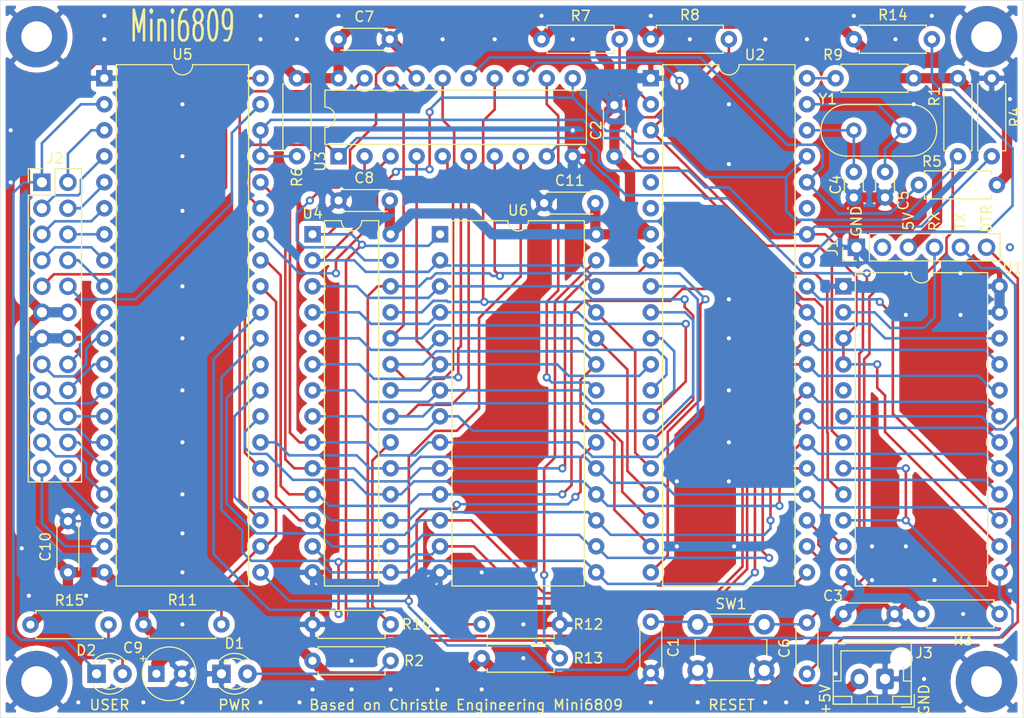
<source format=kicad_pcb>
(kicad_pcb (version 20171130) (host pcbnew "(5.1.6)-1")
  (layers (0 F.Cu signal) (31 B.Cu signal) (34 B.Paste user) (35 F.Paste user) (36 B.SilkS user hide) (37 F.SilkS user) (38 B.Mask user) (39 F.Mask user) (44 Edge.Cuts user))
  (net 0 "")
  (net 1 GND)
  (net 2 /RSTN)
  (net 3 VCC)
  (net 4 "Net-(C4-Pad1)")
  (net 5 "Net-(C5-Pad1)")
  (net 6 "Net-(C6-Pad1)")
  (net 7 "Net-(D1-Pad2)")
  (net 8 "Net-(J1-Pad2)")
  (net 9 /RX)
  (net 10 /TX)
  (net 11 /PA0)
  (net 12 /PA1)
  (net 13 /PA2)
  (net 14 /PA3)
  (net 15 /PA4)
  (net 16 /PA5)
  (net 17 /PA6)
  (net 18 /PA7)
  (net 19 /CA1)
  (net 20 /CA2)
  (net 21 /PB1)
  (net 22 /PB0)
  (net 23 /PB3)
  (net 24 /PB2)
  (net 25 /PB5)
  (net 26 /PB4)
  (net 27 /PB7)
  (net 28 /PB6)
  (net 29 /CB2)
  (net 30 /CB1)
  (net 31 "Net-(R3-Pad2)")
  (net 32 /ECLK)
  (net 33 /MRDY)
  (net 34 /FIRQN)
  (net 35 /NMIN)
  (net 36 /IRQN)
  (net 37 /HALTN)
  (net 38 "Net-(R10-Pad1)")
  (net 39 "Net-(R11-Pad2)")
  (net 40 "Net-(R12-Pad1)")
  (net 41 "Net-(R13-Pad2)")
  (net 42 /BREQN)
  (net 43 /D1)
  (net 44 /D0)
  (net 45 "Net-(U1-Pad5)")
  (net 46 /URT_CS)
  (net 47 /A0)
  (net 48 /RWN)
  (net 49 /D7)
  (net 50 /D6)
  (net 51 /D5)
  (net 52 /D4)
  (net 53 /D3)
  (net 54 /D2)
  (net 55 /A12)
  (net 56 /A11)
  (net 57 /A10)
  (net 58 /A9)
  (net 59 /A8)
  (net 60 "Net-(U2-Pad35)")
  (net 61 /A7)
  (net 62 /A6)
  (net 63 /A5)
  (net 64 /A4)
  (net 65 /A3)
  (net 66 /A2)
  (net 67 /A1)
  (net 68 "Net-(U2-Pad6)")
  (net 69 "Net-(U2-Pad5)")
  (net 70 /A15)
  (net 71 /A14)
  (net 72 /A13)
  (net 73 /ROM_OE)
  (net 74 /RAM_OE)
  (net 75 /RAM_WE)
  (net 76 /PIA_CS)
  (net 77 "Net-(D2-Pad2)")
  (module Connector_JST:JST_XH_B2B-XH-AM_1x02_P2.50mm_Vertical (layer F.Cu) (at 162.56 117.094 180)
    (fp_text reference J3 (at -3.81 2.54) (layer F.SilkS))
    (fp_text value Conn_01x02)
    (pad "" np_thru_hole circle (at -1.6 2 180) (size 1.2 1.2) (drill 1.2) (layers *.Cu *.Mask))
    (pad 2 thru_hole oval (at 2.5 0 180) (size 1.7 2) (drill 1) (layers *.Cu *.Mask) (net 3 VCC))
    (pad 1 thru_hole roundrect (at 0 0 180) (size 1.7 2) (drill 1) (layers *.Cu *.Mask) (roundrect_rratio 0.147059) (net 1 GND))
  )
  (module MountingHole:MountingHole_3mm_Pad (layer F.Cu) (at 172.466 54.356)
    (fp_text reference H4 hide)
    (fp_text value MountingHole_Pad)
    (pad 1 thru_hole circle (at 0 0) (size 6 6) (drill 3) (layers *.Cu *.Mask) (net 1 GND))
  )
  (module MountingHole:MountingHole_3mm_Pad (layer F.Cu) (at 172.466 117.348)
    (fp_text reference H3 hide)
    (fp_text value MountingHole_Pad)
    (pad 1 thru_hole circle (at 0 0) (size 6 6) (drill 3) (layers *.Cu *.Mask) (net 1 GND))
  )
  (module MountingHole:MountingHole_3mm_Pad (layer F.Cu) (at 79.756 54.356)
    (fp_text reference H2 hide)
    (fp_text value MountingHole_Pad)
    (pad 1 thru_hole circle (at 0 0) (size 6 6) (drill 3) (layers *.Cu *.Mask) (net 1 GND))
  )
  (module MountingHole:MountingHole_3mm_Pad (layer F.Cu) (at 79.756 117.348)
    (fp_text reference H1 hide)
    (fp_text value MountingHole_Pad)
    (pad 1 thru_hole circle (at 0 0) (size 6 6) (drill 3) (layers *.Cu *.Mask) (net 1 GND))
  )
  (module Capacitor_THT:CP_Radial_Tantal_D5.0mm_P2.50mm (layer F.Cu) (at 91.44 116.586)
    (fp_text reference C9 (at -2.286 -2.54) (layer F.SilkS))
    (fp_text value 22uF)
    (pad 1 thru_hole rect (at 0 0) (size 1.6 1.6) (drill 0.8) (layers *.Cu *.Mask) (net 3 VCC))
    (pad 2 thru_hole circle (at 2.5 0) (size 1.6 1.6) (drill 0.8) (layers *.Cu *.Mask) (net 1 GND))
  )
  (module Resistor_THT:R_Axial_DIN0207_L6.3mm_D2.5mm_P7.62mm_Horizontal (layer F.Cu) (at 79.148 111.786)
    (fp_text reference R15 (at 3.81 -2.37) (layer F.SilkS))
    (fp_text value 4.7K)
    (pad 2 thru_hole oval (at 7.62 0) (size 1.6 1.6) (drill 0.8) (layers *.Cu *.Mask) (net 77 "Net-(D2-Pad2)"))
    (pad 1 thru_hole circle (at 0 0) (size 1.6 1.6) (drill 0.8) (layers *.Cu *.Mask) (net 3 VCC))
  )
  (module LED_THT:LED_D3.0mm (layer F.Cu) (at 85.598 116.586)
    (fp_text reference D2 (at -1.016 -2.286) (layer F.SilkS))
    (fp_text value "User LED")
    (pad 2 thru_hole circle (at 2.54 0) (size 1.8 1.8) (drill 0.9) (layers *.Cu *.Mask) (net 77 "Net-(D2-Pad2)"))
    (pad 1 thru_hole rect (at 0 0) (size 1.8 1.8) (drill 0.9) (layers *.Cu *.Mask) (net 11 /PA0))
  )
  (module Package_DIP:DIP-24_W15.24mm (layer F.Cu) (at 158.496 78.74)
    (fp_text reference U1 (at 16.51 -1.778) (layer F.SilkS))
    (fp_text value MC6850)
    (pad 24 thru_hole oval (at 15.24 0) (size 1.6 1.6) (drill 0.8) (layers *.Cu *.Mask) (net 1 GND))
    (pad 12 thru_hole oval (at 0 27.94) (size 1.6 1.6) (drill 0.8) (layers *.Cu *.Mask) (net 3 VCC))
    (pad 23 thru_hole oval (at 15.24 2.54) (size 1.6 1.6) (drill 0.8) (layers *.Cu *.Mask) (net 1 GND))
    (pad 11 thru_hole oval (at 0 25.4) (size 1.6 1.6) (drill 0.8) (layers *.Cu *.Mask) (net 47 /A0))
    (pad 22 thru_hole oval (at 15.24 5.08) (size 1.6 1.6) (drill 0.8) (layers *.Cu *.Mask) (net 44 /D0))
    (pad 10 thru_hole oval (at 0 22.86) (size 1.6 1.6) (drill 0.8) (layers *.Cu *.Mask) (net 31 "Net-(R3-Pad2)"))
    (pad 21 thru_hole oval (at 15.24 7.62) (size 1.6 1.6) (drill 0.8) (layers *.Cu *.Mask) (net 43 /D1))
    (pad 9 thru_hole oval (at 0 20.32) (size 1.6 1.6) (drill 0.8) (layers *.Cu *.Mask) (net 46 /URT_CS))
    (pad 20 thru_hole oval (at 15.24 10.16) (size 1.6 1.6) (drill 0.8) (layers *.Cu *.Mask) (net 54 /D2))
    (pad 8 thru_hole oval (at 0 17.78) (size 1.6 1.6) (drill 0.8) (layers *.Cu *.Mask) (net 31 "Net-(R3-Pad2)"))
    (pad 19 thru_hole oval (at 15.24 12.7) (size 1.6 1.6) (drill 0.8) (layers *.Cu *.Mask) (net 53 /D3))
    (pad 7 thru_hole oval (at 0 15.24) (size 1.6 1.6) (drill 0.8) (layers *.Cu *.Mask) (net 36 /IRQN))
    (pad 18 thru_hole oval (at 15.24 15.24) (size 1.6 1.6) (drill 0.8) (layers *.Cu *.Mask) (net 52 /D4))
    (pad 6 thru_hole oval (at 0 12.7) (size 1.6 1.6) (drill 0.8) (layers *.Cu *.Mask) (net 10 /TX))
    (pad 17 thru_hole oval (at 15.24 17.78) (size 1.6 1.6) (drill 0.8) (layers *.Cu *.Mask) (net 51 /D5))
    (pad 5 thru_hole oval (at 0 10.16) (size 1.6 1.6) (drill 0.8) (layers *.Cu *.Mask) (net 45 "Net-(U1-Pad5)"))
    (pad 16 thru_hole oval (at 15.24 20.32) (size 1.6 1.6) (drill 0.8) (layers *.Cu *.Mask) (net 50 /D6))
    (pad 4 thru_hole oval (at 0 7.62) (size 1.6 1.6) (drill 0.8) (layers *.Cu *.Mask) (net 32 /ECLK))
    (pad 15 thru_hole oval (at 15.24 22.86) (size 1.6 1.6) (drill 0.8) (layers *.Cu *.Mask) (net 49 /D7))
    (pad 3 thru_hole oval (at 0 5.08) (size 1.6 1.6) (drill 0.8) (layers *.Cu *.Mask) (net 32 /ECLK))
    (pad 14 thru_hole oval (at 15.24 25.4) (size 1.6 1.6) (drill 0.8) (layers *.Cu *.Mask) (net 32 /ECLK))
    (pad 2 thru_hole oval (at 0 2.54) (size 1.6 1.6) (drill 0.8) (layers *.Cu *.Mask) (net 9 /RX))
    (pad 13 thru_hole oval (at 15.24 27.94) (size 1.6 1.6) (drill 0.8) (layers *.Cu *.Mask) (net 48 /RWN))
    (pad 1 thru_hole rect (at 0 0) (size 1.6 1.6) (drill 0.8) (layers *.Cu *.Mask) (net 1 GND))
  )
  (module Capacitor_THT:C_Disc_D4.3mm_W1.9mm_P5.00mm (layer F.Cu) (at 139.7 111.506 270)
    (fp_text reference C1 (at 2.5 -2.2 90) (layer F.SilkS))
    (fp_text value 100nF)
    (pad 2 thru_hole circle (at 5 0 270) (size 1.6 1.6) (drill 0.8) (layers *.Cu *.Mask) (net 1 GND))
    (pad 1 thru_hole circle (at 0 0 270) (size 1.6 1.6) (drill 0.8) (layers *.Cu *.Mask) (net 2 /RSTN))
  )
  (module Capacitor_THT:C_Disc_D4.3mm_W1.9mm_P5.00mm (layer F.Cu) (at 136.144 66.04 90)
    (fp_text reference C2 (at 2.54 -1.778 90) (layer F.SilkS))
    (fp_text value 100nF)
    (pad 1 thru_hole circle (at 0 0 90) (size 1.6 1.6) (drill 0.8) (layers *.Cu *.Mask) (net 3 VCC))
    (pad 2 thru_hole circle (at 5 0 90) (size 1.6 1.6) (drill 0.8) (layers *.Cu *.Mask) (net 1 GND))
  )
  (module Capacitor_THT:C_Disc_D4.3mm_W1.9mm_P5.00mm (layer F.Cu) (at 158.496 110.744)
    (fp_text reference C3 (at -1.016 -1.778) (layer F.SilkS))
    (fp_text value 100nF)
    (pad 2 thru_hole circle (at 5 0) (size 1.6 1.6) (drill 0.8) (layers *.Cu *.Mask) (net 1 GND))
    (pad 1 thru_hole circle (at 0 0) (size 1.6 1.6) (drill 0.8) (layers *.Cu *.Mask) (net 3 VCC))
  )
  (module Capacitor_THT:C_Disc_D3.0mm_W1.6mm_P2.50mm (layer F.Cu) (at 159.512 67.564 270)
    (fp_text reference C4 (at 1.25 1.778 90) (layer F.SilkS))
    (fp_text value 18pF)
    (pad 2 thru_hole circle (at 2.5 0 270) (size 1.6 1.6) (drill 0.8) (layers *.Cu *.Mask) (net 1 GND))
    (pad 1 thru_hole circle (at 0 0 270) (size 1.6 1.6) (drill 0.8) (layers *.Cu *.Mask) (net 4 "Net-(C4-Pad1)"))
  )
  (module Capacitor_THT:C_Disc_D3.0mm_W1.6mm_P2.50mm (layer F.Cu) (at 162.56 67.564 270)
    (fp_text reference C5 (at 2.794 -1.778 90) (layer F.SilkS))
    (fp_text value 18pF)
    (pad 1 thru_hole circle (at 0 0 270) (size 1.6 1.6) (drill 0.8) (layers *.Cu *.Mask) (net 5 "Net-(C5-Pad1)"))
    (pad 2 thru_hole circle (at 2.5 0 270) (size 1.6 1.6) (drill 0.8) (layers *.Cu *.Mask) (net 1 GND))
  )
  (module Capacitor_THT:C_Disc_D4.3mm_W1.9mm_P5.00mm (layer F.Cu) (at 154.94 116.586 90)
    (fp_text reference C6 (at 2.5 -2.2 90) (layer F.SilkS))
    (fp_text value 100nF)
    (pad 2 thru_hole circle (at 5 0 90) (size 1.6 1.6) (drill 0.8) (layers *.Cu *.Mask) (net 2 /RSTN))
    (pad 1 thru_hole circle (at 0 0 90) (size 1.6 1.6) (drill 0.8) (layers *.Cu *.Mask) (net 6 "Net-(C6-Pad1)"))
  )
  (module Capacitor_THT:C_Disc_D4.3mm_W1.9mm_P5.00mm (layer F.Cu) (at 109.22 54.61)
    (fp_text reference C7 (at 2.5 -2.2) (layer F.SilkS))
    (fp_text value 100nF)
    (pad 1 thru_hole circle (at 0 0) (size 1.6 1.6) (drill 0.8) (layers *.Cu *.Mask) (net 3 VCC))
    (pad 2 thru_hole circle (at 5 0) (size 1.6 1.6) (drill 0.8) (layers *.Cu *.Mask) (net 1 GND))
  )
  (module Capacitor_THT:C_Disc_D4.3mm_W1.9mm_P5.00mm (layer F.Cu) (at 109.22 70.358)
    (fp_text reference C8 (at 2.5 -2.2) (layer F.SilkS))
    (fp_text value 100nF)
    (pad 2 thru_hole circle (at 5 0) (size 1.6 1.6) (drill 0.8) (layers *.Cu *.Mask) (net 3 VCC))
    (pad 1 thru_hole circle (at 0 0) (size 1.6 1.6) (drill 0.8) (layers *.Cu *.Mask) (net 1 GND))
  )
  (module Capacitor_THT:C_Disc_D4.3mm_W1.9mm_P5.00mm (layer F.Cu) (at 82.804 106.68 90)
    (fp_text reference C10 (at 2.5 -2.2 90) (layer F.SilkS))
    (fp_text value 100nF)
    (pad 1 thru_hole circle (at 0 0 90) (size 1.6 1.6) (drill 0.8) (layers *.Cu *.Mask) (net 3 VCC))
    (pad 2 thru_hole circle (at 5 0 90) (size 1.6 1.6) (drill 0.8) (layers *.Cu *.Mask) (net 1 GND))
  )
  (module Capacitor_THT:C_Disc_D4.3mm_W1.9mm_P5.00mm (layer F.Cu) (at 129.286 70.612)
    (fp_text reference C11 (at 2.5 -2.2) (layer F.SilkS))
    (fp_text value 100nF)
    (pad 1 thru_hole circle (at 0 0) (size 1.6 1.6) (drill 0.8) (layers *.Cu *.Mask) (net 1 GND))
    (pad 2 thru_hole circle (at 5 0) (size 1.6 1.6) (drill 0.8) (layers *.Cu *.Mask) (net 3 VCC))
  )
  (module LED_THT:LED_D3.0mm (layer F.Cu) (at 97.79 116.586)
    (fp_text reference D1 (at 1.27 -2.96) (layer F.SilkS))
    (fp_text value "Power LED")
    (pad 1 thru_hole rect (at 0 0) (size 1.8 1.8) (drill 0.9) (layers *.Cu *.Mask) (net 1 GND))
    (pad 2 thru_hole circle (at 2.54 0) (size 1.8 1.8) (drill 0.9) (layers *.Cu *.Mask) (net 7 "Net-(D1-Pad2)"))
  )
  (module Connector_PinHeader_2.54mm:PinHeader_1x06_P2.54mm_Vertical (layer F.Cu) (at 159.766 74.93 90)
    (fp_text reference J1 (at 0 -2.33 90) (layer F.SilkS))
    (fp_text value Conn_01x06)
    (pad 1 thru_hole rect (at 0 0 90) (size 1.7 1.7) (drill 1) (layers *.Cu *.Mask) (net 1 GND))
    (pad 2 thru_hole oval (at 0 2.54 90) (size 1.7 1.7) (drill 1) (layers *.Cu *.Mask) (net 8 "Net-(J1-Pad2)"))
    (pad 3 thru_hole oval (at 0 5.08 90) (size 1.7 1.7) (drill 1) (layers *.Cu *.Mask) (net 3 VCC))
    (pad 4 thru_hole oval (at 0 7.62 90) (size 1.7 1.7) (drill 1) (layers *.Cu *.Mask) (net 9 /RX))
    (pad 5 thru_hole oval (at 0 10.16 90) (size 1.7 1.7) (drill 1) (layers *.Cu *.Mask) (net 10 /TX))
    (pad 6 thru_hole oval (at 0 12.7 90) (size 1.7 1.7) (drill 1) (layers *.Cu *.Mask) (net 6 "Net-(C6-Pad1)"))
  )
  (module Connector_PinHeader_2.54mm:PinHeader_2x12_P2.54mm_Vertical (layer F.Cu) (at 80.264 68.58)
    (fp_text reference J2 (at 1.27 -2.33) (layer F.SilkS))
    (fp_text value Conn_02x12_Odd_Even)
    (pad 1 thru_hole rect (at 0 0) (size 1.7 1.7) (drill 1) (layers *.Cu *.Mask) (net 11 /PA0))
    (pad 2 thru_hole oval (at 2.54 0) (size 1.7 1.7) (drill 1) (layers *.Cu *.Mask) (net 12 /PA1))
    (pad 3 thru_hole oval (at 0 2.54) (size 1.7 1.7) (drill 1) (layers *.Cu *.Mask) (net 13 /PA2))
    (pad 4 thru_hole oval (at 2.54 2.54) (size 1.7 1.7) (drill 1) (layers *.Cu *.Mask) (net 14 /PA3))
    (pad 5 thru_hole oval (at 0 5.08) (size 1.7 1.7) (drill 1) (layers *.Cu *.Mask) (net 15 /PA4))
    (pad 6 thru_hole oval (at 2.54 5.08) (size 1.7 1.7) (drill 1) (layers *.Cu *.Mask) (net 16 /PA5))
    (pad 7 thru_hole oval (at 0 7.62) (size 1.7 1.7) (drill 1) (layers *.Cu *.Mask) (net 17 /PA6))
    (pad 8 thru_hole oval (at 2.54 7.62) (size 1.7 1.7) (drill 1) (layers *.Cu *.Mask) (net 18 /PA7))
    (pad 9 thru_hole oval (at 0 10.16) (size 1.7 1.7) (drill 1) (layers *.Cu *.Mask) (net 19 /CA1))
    (pad 10 thru_hole oval (at 2.54 10.16) (size 1.7 1.7) (drill 1) (layers *.Cu *.Mask) (net 20 /CA2))
    (pad 11 thru_hole oval (at 0 12.7) (size 1.7 1.7) (drill 1) (layers *.Cu *.Mask) (net 3 VCC))
    (pad 12 thru_hole oval (at 2.54 12.7) (size 1.7 1.7) (drill 1) (layers *.Cu *.Mask) (net 3 VCC))
    (pad 13 thru_hole oval (at 0 15.24) (size 1.7 1.7) (drill 1) (layers *.Cu *.Mask) (net 1 GND))
    (pad 14 thru_hole oval (at 2.54 15.24) (size 1.7 1.7) (drill 1) (layers *.Cu *.Mask) (net 1 GND))
    (pad 15 thru_hole oval (at 0 17.78) (size 1.7 1.7) (drill 1) (layers *.Cu *.Mask) (net 21 /PB1))
    (pad 16 thru_hole oval (at 2.54 17.78) (size 1.7 1.7) (drill 1) (layers *.Cu *.Mask) (net 22 /PB0))
    (pad 17 thru_hole oval (at 0 20.32) (size 1.7 1.7) (drill 1) (layers *.Cu *.Mask) (net 23 /PB3))
    (pad 18 thru_hole oval (at 2.54 20.32) (size 1.7 1.7) (drill 1) (layers *.Cu *.Mask) (net 24 /PB2))
    (pad 19 thru_hole oval (at 0 22.86) (size 1.7 1.7) (drill 1) (layers *.Cu *.Mask) (net 25 /PB5))
    (pad 20 thru_hole oval (at 2.54 22.86) (size 1.7 1.7) (drill 1) (layers *.Cu *.Mask) (net 26 /PB4))
    (pad 21 thru_hole oval (at 0 25.4) (size 1.7 1.7) (drill 1) (layers *.Cu *.Mask) (net 27 /PB7))
    (pad 22 thru_hole oval (at 2.54 25.4) (size 1.7 1.7) (drill 1) (layers *.Cu *.Mask) (net 28 /PB6))
    (pad 23 thru_hole oval (at 0 27.94) (size 1.7 1.7) (drill 1) (layers *.Cu *.Mask) (net 29 /CB2))
    (pad 24 thru_hole oval (at 2.54 27.94) (size 1.7 1.7) (drill 1) (layers *.Cu *.Mask) (net 30 /CB1))
  )
  (module Resistor_THT:R_Axial_DIN0207_L6.3mm_D2.5mm_P7.62mm_Horizontal (layer F.Cu) (at 169.672 58.42 270)
    (fp_text reference R1 (at 1.778 2.286 90) (layer F.SilkS))
    (fp_text value 10K)
    (pad 2 thru_hole oval (at 7.62 0 270) (size 1.6 1.6) (drill 0.8) (layers *.Cu *.Mask) (net 2 /RSTN))
    (pad 1 thru_hole circle (at 0 0 270) (size 1.6 1.6) (drill 0.8) (layers *.Cu *.Mask) (net 3 VCC))
  )
  (module Resistor_THT:R_Axial_DIN0207_L6.3mm_D2.5mm_P7.62mm_Horizontal (layer F.Cu) (at 106.68 115.316)
    (fp_text reference R2 (at 9.906 0) (layer F.SilkS))
    (fp_text value 4.7K)
    (pad 1 thru_hole circle (at 0 0) (size 1.6 1.6) (drill 0.8) (layers *.Cu *.Mask) (net 3 VCC))
    (pad 2 thru_hole oval (at 7.62 0) (size 1.6 1.6) (drill 0.8) (layers *.Cu *.Mask) (net 7 "Net-(D1-Pad2)"))
  )
  (module Resistor_THT:R_Axial_DIN0207_L6.3mm_D2.5mm_P7.62mm_Horizontal (layer F.Cu) (at 166.116 110.744)
    (fp_text reference R3 (at 4.064 2.54) (layer F.SilkS))
    (fp_text value 10K)
    (pad 1 thru_hole circle (at 0 0) (size 1.6 1.6) (drill 0.8) (layers *.Cu *.Mask) (net 3 VCC))
    (pad 2 thru_hole oval (at 7.62 0) (size 1.6 1.6) (drill 0.8) (layers *.Cu *.Mask) (net 31 "Net-(R3-Pad2)"))
  )
  (module Resistor_THT:R_Axial_DIN0207_L6.3mm_D2.5mm_P7.62mm_Horizontal (layer F.Cu) (at 172.974 66.04 90)
    (fp_text reference R4 (at 3.81 2.286 90) (layer F.SilkS))
    (fp_text value 10K)
    (pad 1 thru_hole circle (at 0 0 90) (size 1.6 1.6) (drill 0.8) (layers *.Cu *.Mask) (net 32 /ECLK))
    (pad 2 thru_hole oval (at 7.62 0 90) (size 1.6 1.6) (drill 0.8) (layers *.Cu *.Mask) (net 1 GND))
  )
  (module Resistor_THT:R_Axial_DIN0207_L6.3mm_D2.5mm_P7.62mm_Horizontal (layer F.Cu) (at 173.482 68.834 180)
    (fp_text reference R5 (at 6.35 2.286) (layer F.SilkS))
    (fp_text value 10K)
    (pad 1 thru_hole circle (at 0 0 180) (size 1.6 1.6) (drill 0.8) (layers *.Cu *.Mask) (net 3 VCC))
    (pad 2 thru_hole oval (at 7.62 0 180) (size 1.6 1.6) (drill 0.8) (layers *.Cu *.Mask) (net 33 /MRDY))
  )
  (module Resistor_THT:R_Axial_DIN0207_L6.3mm_D2.5mm_P7.62mm_Horizontal (layer F.Cu) (at 105.156 66.04 90)
    (fp_text reference R6 (at -2.032 0 90) (layer F.SilkS))
    (fp_text value 10K)
    (pad 1 thru_hole circle (at 0 0 90) (size 1.6 1.6) (drill 0.8) (layers *.Cu *.Mask) (net 34 /FIRQN))
    (pad 2 thru_hole oval (at 7.62 0 90) (size 1.6 1.6) (drill 0.8) (layers *.Cu *.Mask) (net 3 VCC))
  )
  (module Resistor_THT:R_Axial_DIN0207_L6.3mm_D2.5mm_P7.62mm_Horizontal (layer F.Cu) (at 136.652 54.61 180)
    (fp_text reference R7 (at 3.81 2.286) (layer F.SilkS))
    (fp_text value 10K)
    (pad 2 thru_hole oval (at 7.62 0 180) (size 1.6 1.6) (drill 0.8) (layers *.Cu *.Mask) (net 3 VCC))
    (pad 1 thru_hole circle (at 0 0 180) (size 1.6 1.6) (drill 0.8) (layers *.Cu *.Mask) (net 35 /NMIN))
  )
  (module Resistor_THT:R_Axial_DIN0207_L6.3mm_D2.5mm_P7.62mm_Horizontal (layer F.Cu) (at 139.7 54.61)
    (fp_text reference R8 (at 3.81 -2.37) (layer F.SilkS))
    (fp_text value 10K)
    (pad 2 thru_hole oval (at 7.62 0) (size 1.6 1.6) (drill 0.8) (layers *.Cu *.Mask) (net 36 /IRQN))
    (pad 1 thru_hole circle (at 0 0) (size 1.6 1.6) (drill 0.8) (layers *.Cu *.Mask) (net 3 VCC))
  )
  (module Resistor_THT:R_Axial_DIN0207_L6.3mm_D2.5mm_P7.62mm_Horizontal (layer F.Cu) (at 157.734 58.42)
    (fp_text reference R9 (at -0.254 -2.286) (layer F.SilkS))
    (fp_text value 10K)
    (pad 2 thru_hole oval (at 7.62 0) (size 1.6 1.6) (drill 0.8) (layers *.Cu *.Mask) (net 3 VCC))
    (pad 1 thru_hole circle (at 0 0) (size 1.6 1.6) (drill 0.8) (layers *.Cu *.Mask) (net 37 /HALTN))
  )
  (module Resistor_THT:R_Axial_DIN0207_L6.3mm_D2.5mm_P7.62mm_Horizontal (layer F.Cu) (at 114.3 111.76 180)
    (fp_text reference R10 (at -2.54 0) (layer F.SilkS))
    (fp_text value 1K)
    (pad 1 thru_hole circle (at 0 0 180) (size 1.6 1.6) (drill 0.8) (layers *.Cu *.Mask) (net 38 "Net-(R10-Pad1)"))
    (pad 2 thru_hole oval (at 7.62 0 180) (size 1.6 1.6) (drill 0.8) (layers *.Cu *.Mask) (net 1 GND))
  )
  (module Resistor_THT:R_Axial_DIN0207_L6.3mm_D2.5mm_P7.62mm_Horizontal (layer F.Cu) (at 90.17 111.76)
    (fp_text reference R11 (at 3.81 -2.37) (layer F.SilkS))
    (fp_text value 10K)
    (pad 2 thru_hole oval (at 7.62 0) (size 1.6 1.6) (drill 0.8) (layers *.Cu *.Mask) (net 39 "Net-(R11-Pad2)"))
    (pad 1 thru_hole circle (at 0 0) (size 1.6 1.6) (drill 0.8) (layers *.Cu *.Mask) (net 3 VCC))
  )
  (module Resistor_THT:R_Axial_DIN0207_L6.3mm_D2.5mm_P7.62mm_Horizontal (layer F.Cu) (at 123.19 111.76)
    (fp_text reference R12 (at 10.414 0) (layer F.SilkS))
    (fp_text value 1K)
    (pad 2 thru_hole oval (at 7.62 0) (size 1.6 1.6) (drill 0.8) (layers *.Cu *.Mask) (net 1 GND))
    (pad 1 thru_hole circle (at 0 0) (size 1.6 1.6) (drill 0.8) (layers *.Cu *.Mask) (net 40 "Net-(R12-Pad1)"))
  )
  (module Resistor_THT:R_Axial_DIN0207_L6.3mm_D2.5mm_P7.62mm_Horizontal (layer F.Cu) (at 123.19 115.062)
    (fp_text reference R13 (at 10.414 0) (layer F.SilkS))
    (fp_text value 10K)
    (pad 1 thru_hole circle (at 0 0) (size 1.6 1.6) (drill 0.8) (layers *.Cu *.Mask) (net 3 VCC))
    (pad 2 thru_hole oval (at 7.62 0) (size 1.6 1.6) (drill 0.8) (layers *.Cu *.Mask) (net 41 "Net-(R13-Pad2)"))
  )
  (module Resistor_THT:R_Axial_DIN0207_L6.3mm_D2.5mm_P7.62mm_Horizontal (layer F.Cu) (at 159.512 54.61)
    (fp_text reference R14 (at 3.81 -2.37) (layer F.SilkS))
    (fp_text value 10K)
    (pad 2 thru_hole oval (at 7.62 0) (size 1.6 1.6) (drill 0.8) (layers *.Cu *.Mask) (net 42 /BREQN))
    (pad 1 thru_hole circle (at 0 0) (size 1.6 1.6) (drill 0.8) (layers *.Cu *.Mask) (net 3 VCC))
  )
  (module Button_Switch_THT:SW_PUSH_6mm (layer F.Cu) (at 144.272 111.76)
    (fp_text reference SW1 (at 3.25 -2) (layer F.SilkS))
    (fp_text value Reset)
    (pad 2 thru_hole circle (at 0 4.5 90) (size 2 2) (drill 1.1) (layers *.Cu *.Mask) (net 1 GND))
    (pad 1 thru_hole circle (at 0 0 90) (size 2 2) (drill 1.1) (layers *.Cu *.Mask) (net 2 /RSTN))
    (pad 2 thru_hole circle (at 6.5 4.5 90) (size 2 2) (drill 1.1) (layers *.Cu *.Mask) (net 1 GND))
    (pad 1 thru_hole circle (at 6.5 0 90) (size 2 2) (drill 1.1) (layers *.Cu *.Mask) (net 2 /RSTN))
  )
  (module Package_DIP:DIP-40_W15.24mm (layer F.Cu) (at 139.7 58.42)
    (fp_text reference U2 (at 10.16 -2.286) (layer F.SilkS))
    (fp_text value MC68B09)
    (pad 40 thru_hole oval (at 15.24 0) (size 1.6 1.6) (drill 0.8) (layers *.Cu *.Mask) (net 37 /HALTN))
    (pad 20 thru_hole oval (at 0 48.26) (size 1.6 1.6) (drill 0.8) (layers *.Cu *.Mask) (net 55 /A12))
    (pad 39 thru_hole oval (at 15.24 2.54) (size 1.6 1.6) (drill 0.8) (layers *.Cu *.Mask) (net 5 "Net-(C5-Pad1)"))
    (pad 19 thru_hole oval (at 0 45.72) (size 1.6 1.6) (drill 0.8) (layers *.Cu *.Mask) (net 56 /A11))
    (pad 38 thru_hole oval (at 15.24 5.08) (size 1.6 1.6) (drill 0.8) (layers *.Cu *.Mask) (net 4 "Net-(C4-Pad1)"))
    (pad 18 thru_hole oval (at 0 43.18) (size 1.6 1.6) (drill 0.8) (layers *.Cu *.Mask) (net 57 /A10))
    (pad 37 thru_hole oval (at 15.24 7.62) (size 1.6 1.6) (drill 0.8) (layers *.Cu *.Mask) (net 2 /RSTN))
    (pad 17 thru_hole oval (at 0 40.64) (size 1.6 1.6) (drill 0.8) (layers *.Cu *.Mask) (net 58 /A9))
    (pad 36 thru_hole oval (at 15.24 10.16) (size 1.6 1.6) (drill 0.8) (layers *.Cu *.Mask) (net 33 /MRDY))
    (pad 16 thru_hole oval (at 0 38.1) (size 1.6 1.6) (drill 0.8) (layers *.Cu *.Mask) (net 59 /A8))
    (pad 35 thru_hole oval (at 15.24 12.7) (size 1.6 1.6) (drill 0.8) (layers *.Cu *.Mask) (net 60 "Net-(U2-Pad35)"))
    (pad 15 thru_hole oval (at 0 35.56) (size 1.6 1.6) (drill 0.8) (layers *.Cu *.Mask) (net 61 /A7))
    (pad 34 thru_hole oval (at 15.24 15.24) (size 1.6 1.6) (drill 0.8) (layers *.Cu *.Mask) (net 32 /ECLK))
    (pad 14 thru_hole oval (at 0 33.02) (size 1.6 1.6) (drill 0.8) (layers *.Cu *.Mask) (net 62 /A6))
    (pad 33 thru_hole oval (at 15.24 17.78) (size 1.6 1.6) (drill 0.8) (layers *.Cu *.Mask) (net 42 /BREQN))
    (pad 13 thru_hole oval (at 0 30.48) (size 1.6 1.6) (drill 0.8) (layers *.Cu *.Mask) (net 63 /A5))
    (pad 32 thru_hole oval (at 15.24 20.32) (size 1.6 1.6) (drill 0.8) (layers *.Cu *.Mask) (net 48 /RWN))
    (pad 12 thru_hole oval (at 0 27.94) (size 1.6 1.6) (drill 0.8) (layers *.Cu *.Mask) (net 64 /A4))
    (pad 31 thru_hole oval (at 15.24 22.86) (size 1.6 1.6) (drill 0.8) (layers *.Cu *.Mask) (net 44 /D0))
    (pad 11 thru_hole oval (at 0 25.4) (size 1.6 1.6) (drill 0.8) (layers *.Cu *.Mask) (net 65 /A3))
    (pad 30 thru_hole oval (at 15.24 25.4) (size 1.6 1.6) (drill 0.8) (layers *.Cu *.Mask) (net 43 /D1))
    (pad 10 thru_hole oval (at 0 22.86) (size 1.6 1.6) (drill 0.8) (layers *.Cu *.Mask) (net 66 /A2))
    (pad 29 thru_hole oval (at 15.24 27.94) (size 1.6 1.6) (drill 0.8) (layers *.Cu *.Mask) (net 54 /D2))
    (pad 9 thru_hole oval (at 0 20.32) (size 1.6 1.6) (drill 0.8) (layers *.Cu *.Mask) (net 67 /A1))
    (pad 28 thru_hole oval (at 15.24 30.48) (size 1.6 1.6) (drill 0.8) (layers *.Cu *.Mask) (net 53 /D3))
    (pad 8 thru_hole oval (at 0 17.78) (size 1.6 1.6) (drill 0.8) (layers *.Cu *.Mask) (net 47 /A0))
    (pad 27 thru_hole oval (at 15.24 33.02) (size 1.6 1.6) (drill 0.8) (layers *.Cu *.Mask) (net 52 /D4))
    (pad 7 thru_hole oval (at 0 15.24) (size 1.6 1.6) (drill 0.8) (layers *.Cu *.Mask) (net 3 VCC))
    (pad 26 thru_hole oval (at 15.24 35.56) (size 1.6 1.6) (drill 0.8) (layers *.Cu *.Mask) (net 51 /D5))
    (pad 6 thru_hole oval (at 0 12.7) (size 1.6 1.6) (drill 0.8) (layers *.Cu *.Mask) (net 68 "Net-(U2-Pad6)"))
    (pad 25 thru_hole oval (at 15.24 38.1) (size 1.6 1.6) (drill 0.8) (layers *.Cu *.Mask) (net 50 /D6))
    (pad 5 thru_hole oval (at 0 10.16) (size 1.6 1.6) (drill 0.8) (layers *.Cu *.Mask) (net 69 "Net-(U2-Pad5)"))
    (pad 24 thru_hole oval (at 15.24 40.64) (size 1.6 1.6) (drill 0.8) (layers *.Cu *.Mask) (net 49 /D7))
    (pad 4 thru_hole oval (at 0 7.62) (size 1.6 1.6) (drill 0.8) (layers *.Cu *.Mask) (net 34 /FIRQN))
    (pad 23 thru_hole oval (at 15.24 43.18) (size 1.6 1.6) (drill 0.8) (layers *.Cu *.Mask) (net 70 /A15))
    (pad 3 thru_hole oval (at 0 5.08) (size 1.6 1.6) (drill 0.8) (layers *.Cu *.Mask) (net 36 /IRQN))
    (pad 22 thru_hole oval (at 15.24 45.72) (size 1.6 1.6) (drill 0.8) (layers *.Cu *.Mask) (net 71 /A14))
    (pad 2 thru_hole oval (at 0 2.54) (size 1.6 1.6) (drill 0.8) (layers *.Cu *.Mask) (net 35 /NMIN))
    (pad 21 thru_hole oval (at 15.24 48.26) (size 1.6 1.6) (drill 0.8) (layers *.Cu *.Mask) (net 72 /A13))
    (pad 1 thru_hole rect (at 0 0) (size 1.6 1.6) (drill 0.8) (layers *.Cu *.Mask) (net 1 GND))
  )
  (module Package_DIP:DIP-20_W7.62mm (layer F.Cu) (at 109.22 66.04 90)
    (fp_text reference U3 (at -0.508 -1.778 90) (layer F.SilkS))
    (fp_text value GAL16V8)
    (pad 1 thru_hole rect (at 0 0 90) (size 1.6 1.6) (drill 0.8) (layers *.Cu *.Mask) (net 32 /ECLK))
    (pad 11 thru_hole oval (at 7.62 22.86 90) (size 1.6 1.6) (drill 0.8) (layers *.Cu *.Mask) (net 2 /RSTN))
    (pad 2 thru_hole oval (at 0 2.54 90) (size 1.6 1.6) (drill 0.8) (layers *.Cu *.Mask) (net 71 /A14))
    (pad 12 thru_hole oval (at 7.62 20.32 90) (size 1.6 1.6) (drill 0.8) (layers *.Cu *.Mask) (net 73 /ROM_OE))
    (pad 3 thru_hole oval (at 0 5.08 90) (size 1.6 1.6) (drill 0.8) (layers *.Cu *.Mask) (net 55 /A12))
    (pad 13 thru_hole oval (at 7.62 17.78 90) (size 1.6 1.6) (drill 0.8) (layers *.Cu *.Mask) (net 46 /URT_CS))
    (pad 4 thru_hole oval (at 0 7.62 90) (size 1.6 1.6) (drill 0.8) (layers *.Cu *.Mask) (net 64 /A4))
    (pad 14 thru_hole oval (at 7.62 15.24 90) (size 1.6 1.6) (drill 0.8) (layers *.Cu *.Mask) (net 59 /A8))
    (pad 5 thru_hole oval (at 0 10.16 90) (size 1.6 1.6) (drill 0.8) (layers *.Cu *.Mask) (net 56 /A11))
    (pad 15 thru_hole oval (at 7.62 12.7 90) (size 1.6 1.6) (drill 0.8) (layers *.Cu *.Mask) (net 33 /MRDY))
    (pad 6 thru_hole oval (at 0 12.7 90) (size 1.6 1.6) (drill 0.8) (layers *.Cu *.Mask) (net 57 /A10))
    (pad 16 thru_hole oval (at 7.62 10.16 90) (size 1.6 1.6) (drill 0.8) (layers *.Cu *.Mask) (net 74 /RAM_OE))
    (pad 7 thru_hole oval (at 0 15.24 90) (size 1.6 1.6) (drill 0.8) (layers *.Cu *.Mask) (net 72 /A13))
    (pad 17 thru_hole oval (at 7.62 7.62 90) (size 1.6 1.6) (drill 0.8) (layers *.Cu *.Mask) (net 75 /RAM_WE))
    (pad 8 thru_hole oval (at 0 17.78 90) (size 1.6 1.6) (drill 0.8) (layers *.Cu *.Mask) (net 48 /RWN))
    (pad 18 thru_hole oval (at 7.62 5.08 90) (size 1.6 1.6) (drill 0.8) (layers *.Cu *.Mask) (net 58 /A9))
    (pad 9 thru_hole oval (at 0 20.32 90) (size 1.6 1.6) (drill 0.8) (layers *.Cu *.Mask) (net 70 /A15))
    (pad 19 thru_hole oval (at 7.62 2.54 90) (size 1.6 1.6) (drill 0.8) (layers *.Cu *.Mask) (net 76 /PIA_CS))
    (pad 10 thru_hole oval (at 0 22.86 90) (size 1.6 1.6) (drill 0.8) (layers *.Cu *.Mask) (net 1 GND))
    (pad 20 thru_hole oval (at 7.62 0 90) (size 1.6 1.6) (drill 0.8) (layers *.Cu *.Mask) (net 3 VCC))
  )
  (module Package_DIP:DIP-28_W7.62mm (layer F.Cu) (at 106.68 73.66)
    (fp_text reference U4 (at 0 -2.032) (layer F.SilkS))
    (fp_text value CY7C199)
    (pad 1 thru_hole rect (at 0 0) (size 1.6 1.6) (drill 0.8) (layers *.Cu *.Mask) (net 71 /A14))
    (pad 15 thru_hole oval (at 7.62 33.02) (size 1.6 1.6) (drill 0.8) (layers *.Cu *.Mask) (net 53 /D3))
    (pad 2 thru_hole oval (at 0 2.54) (size 1.6 1.6) (drill 0.8) (layers *.Cu *.Mask) (net 55 /A12))
    (pad 16 thru_hole oval (at 7.62 30.48) (size 1.6 1.6) (drill 0.8) (layers *.Cu *.Mask) (net 52 /D4))
    (pad 3 thru_hole oval (at 0 5.08) (size 1.6 1.6) (drill 0.8) (layers *.Cu *.Mask) (net 61 /A7))
    (pad 17 thru_hole oval (at 7.62 27.94) (size 1.6 1.6) (drill 0.8) (layers *.Cu *.Mask) (net 51 /D5))
    (pad 4 thru_hole oval (at 0 7.62) (size 1.6 1.6) (drill 0.8) (layers *.Cu *.Mask) (net 62 /A6))
    (pad 18 thru_hole oval (at 7.62 25.4) (size 1.6 1.6) (drill 0.8) (layers *.Cu *.Mask) (net 50 /D6))
    (pad 5 thru_hole oval (at 0 10.16) (size 1.6 1.6) (drill 0.8) (layers *.Cu *.Mask) (net 63 /A5))
    (pad 19 thru_hole oval (at 7.62 22.86) (size 1.6 1.6) (drill 0.8) (layers *.Cu *.Mask) (net 49 /D7))
    (pad 6 thru_hole oval (at 0 12.7) (size 1.6 1.6) (drill 0.8) (layers *.Cu *.Mask) (net 64 /A4))
    (pad 20 thru_hole oval (at 7.62 20.32) (size 1.6 1.6) (drill 0.8) (layers *.Cu *.Mask) (net 38 "Net-(R10-Pad1)"))
    (pad 7 thru_hole oval (at 0 15.24) (size 1.6 1.6) (drill 0.8) (layers *.Cu *.Mask) (net 65 /A3))
    (pad 21 thru_hole oval (at 7.62 17.78) (size 1.6 1.6) (drill 0.8) (layers *.Cu *.Mask) (net 57 /A10))
    (pad 8 thru_hole oval (at 0 17.78) (size 1.6 1.6) (drill 0.8) (layers *.Cu *.Mask) (net 66 /A2))
    (pad 22 thru_hole oval (at 7.62 15.24) (size 1.6 1.6) (drill 0.8) (layers *.Cu *.Mask) (net 74 /RAM_OE))
    (pad 9 thru_hole oval (at 0 20.32) (size 1.6 1.6) (drill 0.8) (layers *.Cu *.Mask) (net 67 /A1))
    (pad 23 thru_hole oval (at 7.62 12.7) (size 1.6 1.6) (drill 0.8) (layers *.Cu *.Mask) (net 56 /A11))
    (pad 10 thru_hole oval (at 0 22.86) (size 1.6 1.6) (drill 0.8) (layers *.Cu *.Mask) (net 47 /A0))
    (pad 24 thru_hole oval (at 7.62 10.16) (size 1.6 1.6) (drill 0.8) (layers *.Cu *.Mask) (net 58 /A9))
    (pad 11 thru_hole oval (at 0 25.4) (size 1.6 1.6) (drill 0.8) (layers *.Cu *.Mask) (net 44 /D0))
    (pad 25 thru_hole oval (at 7.62 7.62) (size 1.6 1.6) (drill 0.8) (layers *.Cu *.Mask) (net 59 /A8))
    (pad 12 thru_hole oval (at 0 27.94) (size 1.6 1.6) (drill 0.8) (layers *.Cu *.Mask) (net 43 /D1))
    (pad 26 thru_hole oval (at 7.62 5.08) (size 1.6 1.6) (drill 0.8) (layers *.Cu *.Mask) (net 72 /A13))
    (pad 13 thru_hole oval (at 0 30.48) (size 1.6 1.6) (drill 0.8) (layers *.Cu *.Mask) (net 54 /D2))
    (pad 27 thru_hole oval (at 7.62 2.54) (size 1.6 1.6) (drill 0.8) (layers *.Cu *.Mask) (net 75 /RAM_WE))
    (pad 14 thru_hole oval (at 0 33.02) (size 1.6 1.6) (drill 0.8) (layers *.Cu *.Mask) (net 1 GND))
    (pad 28 thru_hole oval (at 7.62 0) (size 1.6 1.6) (drill 0.8) (layers *.Cu *.Mask) (net 3 VCC))
  )
  (module Package_DIP:DIP-40_W15.24mm (layer F.Cu) (at 86.36 58.42)
    (fp_text reference U5 (at 7.62 -2.33) (layer F.SilkS))
    (fp_text value 6821)
    (pad 1 thru_hole rect (at 0 0) (size 1.6 1.6) (drill 0.8) (layers *.Cu *.Mask) (net 1 GND))
    (pad 21 thru_hole oval (at 15.24 48.26) (size 1.6 1.6) (drill 0.8) (layers *.Cu *.Mask) (net 48 /RWN))
    (pad 2 thru_hole oval (at 0 2.54) (size 1.6 1.6) (drill 0.8) (layers *.Cu *.Mask) (net 11 /PA0))
    (pad 22 thru_hole oval (at 15.24 45.72) (size 1.6 1.6) (drill 0.8) (layers *.Cu *.Mask) (net 39 "Net-(R11-Pad2)"))
    (pad 3 thru_hole oval (at 0 5.08) (size 1.6 1.6) (drill 0.8) (layers *.Cu *.Mask) (net 12 /PA1))
    (pad 23 thru_hole oval (at 15.24 43.18) (size 1.6 1.6) (drill 0.8) (layers *.Cu *.Mask) (net 76 /PIA_CS))
    (pad 4 thru_hole oval (at 0 7.62) (size 1.6 1.6) (drill 0.8) (layers *.Cu *.Mask) (net 13 /PA2))
    (pad 24 thru_hole oval (at 15.24 40.64) (size 1.6 1.6) (drill 0.8) (layers *.Cu *.Mask) (net 39 "Net-(R11-Pad2)"))
    (pad 5 thru_hole oval (at 0 10.16) (size 1.6 1.6) (drill 0.8) (layers *.Cu *.Mask) (net 14 /PA3))
    (pad 25 thru_hole oval (at 15.24 38.1) (size 1.6 1.6) (drill 0.8) (layers *.Cu *.Mask) (net 32 /ECLK))
    (pad 6 thru_hole oval (at 0 12.7) (size 1.6 1.6) (drill 0.8) (layers *.Cu *.Mask) (net 15 /PA4))
    (pad 26 thru_hole oval (at 15.24 35.56) (size 1.6 1.6) (drill 0.8) (layers *.Cu *.Mask) (net 49 /D7))
    (pad 7 thru_hole oval (at 0 15.24) (size 1.6 1.6) (drill 0.8) (layers *.Cu *.Mask) (net 16 /PA5))
    (pad 27 thru_hole oval (at 15.24 33.02) (size 1.6 1.6) (drill 0.8) (layers *.Cu *.Mask) (net 50 /D6))
    (pad 8 thru_hole oval (at 0 17.78) (size 1.6 1.6) (drill 0.8) (layers *.Cu *.Mask) (net 17 /PA6))
    (pad 28 thru_hole oval (at 15.24 30.48) (size 1.6 1.6) (drill 0.8) (layers *.Cu *.Mask) (net 51 /D5))
    (pad 9 thru_hole oval (at 0 20.32) (size 1.6 1.6) (drill 0.8) (layers *.Cu *.Mask) (net 18 /PA7))
    (pad 29 thru_hole oval (at 15.24 27.94) (size 1.6 1.6) (drill 0.8) (layers *.Cu *.Mask) (net 52 /D4))
    (pad 10 thru_hole oval (at 0 22.86) (size 1.6 1.6) (drill 0.8) (layers *.Cu *.Mask) (net 22 /PB0))
    (pad 30 thru_hole oval (at 15.24 25.4) (size 1.6 1.6) (drill 0.8) (layers *.Cu *.Mask) (net 53 /D3))
    (pad 11 thru_hole oval (at 0 25.4) (size 1.6 1.6) (drill 0.8) (layers *.Cu *.Mask) (net 21 /PB1))
    (pad 31 thru_hole oval (at 15.24 22.86) (size 1.6 1.6) (drill 0.8) (layers *.Cu *.Mask) (net 54 /D2))
    (pad 12 thru_hole oval (at 0 27.94) (size 1.6 1.6) (drill 0.8) (layers *.Cu *.Mask) (net 24 /PB2))
    (pad 32 thru_hole oval (at 15.24 20.32) (size 1.6 1.6) (drill 0.8) (layers *.Cu *.Mask) (net 43 /D1))
    (pad 13 thru_hole oval (at 0 30.48) (size 1.6 1.6) (drill 0.8) (layers *.Cu *.Mask) (net 23 /PB3))
    (pad 33 thru_hole oval (at 15.24 17.78) (size 1.6 1.6) (drill 0.8) (layers *.Cu *.Mask) (net 44 /D0))
    (pad 14 thru_hole oval (at 0 33.02) (size 1.6 1.6) (drill 0.8) (layers *.Cu *.Mask) (net 26 /PB4))
    (pad 34 thru_hole oval (at 15.24 15.24) (size 1.6 1.6) (drill 0.8) (layers *.Cu *.Mask) (net 2 /RSTN))
    (pad 15 thru_hole oval (at 0 35.56) (size 1.6 1.6) (drill 0.8) (layers *.Cu *.Mask) (net 25 /PB5))
    (pad 35 thru_hole oval (at 15.24 12.7) (size 1.6 1.6) (drill 0.8) (layers *.Cu *.Mask) (net 67 /A1))
    (pad 16 thru_hole oval (at 0 38.1) (size 1.6 1.6) (drill 0.8) (layers *.Cu *.Mask) (net 28 /PB6))
    (pad 36 thru_hole oval (at 15.24 10.16) (size 1.6 1.6) (drill 0.8) (layers *.Cu *.Mask) (net 47 /A0))
    (pad 17 thru_hole oval (at 0 40.64) (size 1.6 1.6) (drill 0.8) (layers *.Cu *.Mask) (net 27 /PB7))
    (pad 37 thru_hole oval (at 15.24 7.62) (size 1.6 1.6) (drill 0.8) (layers *.Cu *.Mask) (net 34 /FIRQN))
    (pad 18 thru_hole oval (at 0 43.18) (size 1.6 1.6) (drill 0.8) (layers *.Cu *.Mask) (net 30 /CB1))
    (pad 38 thru_hole oval (at 15.24 5.08) (size 1.6 1.6) (drill 0.8) (layers *.Cu *.Mask) (net 34 /FIRQN))
    (pad 19 thru_hole oval (at 0 45.72) (size 1.6 1.6) (drill 0.8) (layers *.Cu *.Mask) (net 29 /CB2))
    (pad 39 thru_hole oval (at 15.24 2.54) (size 1.6 1.6) (drill 0.8) (layers *.Cu *.Mask) (net 20 /CA2))
    (pad 20 thru_hole oval (at 0 48.26) (size 1.6 1.6) (drill 0.8) (layers *.Cu *.Mask) (net 3 VCC))
    (pad 40 thru_hole oval (at 15.24 0) (size 1.6 1.6) (drill 0.8) (layers *.Cu *.Mask) (net 19 /CA1))
  )
  (module Package_DIP:DIP-28_W15.24mm (layer F.Cu) (at 119.126 73.66)
    (fp_text reference U6 (at 7.62 -2.33) (layer F.SilkS))
    (fp_text value "AT29C256 PEROM")
    (pad 1 thru_hole rect (at 0 0) (size 1.6 1.6) (drill 0.8) (layers *.Cu *.Mask) (net 71 /A14))
    (pad 15 thru_hole oval (at 15.24 33.02) (size 1.6 1.6) (drill 0.8) (layers *.Cu *.Mask) (net 53 /D3))
    (pad 2 thru_hole oval (at 0 2.54) (size 1.6 1.6) (drill 0.8) (layers *.Cu *.Mask) (net 55 /A12))
    (pad 16 thru_hole oval (at 15.24 30.48) (size 1.6 1.6) (drill 0.8) (layers *.Cu *.Mask) (net 52 /D4))
    (pad 3 thru_hole oval (at 0 5.08) (size 1.6 1.6) (drill 0.8) (layers *.Cu *.Mask) (net 61 /A7))
    (pad 17 thru_hole oval (at 15.24 27.94) (size 1.6 1.6) (drill 0.8) (layers *.Cu *.Mask) (net 51 /D5))
    (pad 4 thru_hole oval (at 0 7.62) (size 1.6 1.6) (drill 0.8) (layers *.Cu *.Mask) (net 62 /A6))
    (pad 18 thru_hole oval (at 15.24 25.4) (size 1.6 1.6) (drill 0.8) (layers *.Cu *.Mask) (net 50 /D6))
    (pad 5 thru_hole oval (at 0 10.16) (size 1.6 1.6) (drill 0.8) (layers *.Cu *.Mask) (net 63 /A5))
    (pad 19 thru_hole oval (at 15.24 22.86) (size 1.6 1.6) (drill 0.8) (layers *.Cu *.Mask) (net 49 /D7))
    (pad 6 thru_hole oval (at 0 12.7) (size 1.6 1.6) (drill 0.8) (layers *.Cu *.Mask) (net 64 /A4))
    (pad 20 thru_hole oval (at 15.24 20.32) (size 1.6 1.6) (drill 0.8) (layers *.Cu *.Mask) (net 40 "Net-(R12-Pad1)"))
    (pad 7 thru_hole oval (at 0 15.24) (size 1.6 1.6) (drill 0.8) (layers *.Cu *.Mask) (net 65 /A3))
    (pad 21 thru_hole oval (at 15.24 17.78) (size 1.6 1.6) (drill 0.8) (layers *.Cu *.Mask) (net 57 /A10))
    (pad 8 thru_hole oval (at 0 17.78) (size 1.6 1.6) (drill 0.8) (layers *.Cu *.Mask) (net 66 /A2))
    (pad 22 thru_hole oval (at 15.24 15.24) (size 1.6 1.6) (drill 0.8) (layers *.Cu *.Mask) (net 73 /ROM_OE))
    (pad 9 thru_hole oval (at 0 20.32) (size 1.6 1.6) (drill 0.8) (layers *.Cu *.Mask) (net 67 /A1))
    (pad 23 thru_hole oval (at 15.24 12.7) (size 1.6 1.6) (drill 0.8) (layers *.Cu *.Mask) (net 56 /A11))
    (pad 10 thru_hole oval (at 0 22.86) (size 1.6 1.6) (drill 0.8) (layers *.Cu *.Mask) (net 47 /A0))
    (pad 24 thru_hole oval (at 15.24 10.16) (size 1.6 1.6) (drill 0.8) (layers *.Cu *.Mask) (net 58 /A9))
    (pad 11 thru_hole oval (at 0 25.4) (size 1.6 1.6) (drill 0.8) (layers *.Cu *.Mask) (net 44 /D0))
    (pad 25 thru_hole oval (at 15.24 7.62) (size 1.6 1.6) (drill 0.8) (layers *.Cu *.Mask) (net 59 /A8))
    (pad 12 thru_hole oval (at 0 27.94) (size 1.6 1.6) (drill 0.8) (layers *.Cu *.Mask) (net 43 /D1))
    (pad 26 thru_hole oval (at 15.24 5.08) (size 1.6 1.6) (drill 0.8) (layers *.Cu *.Mask) (net 72 /A13))
    (pad 13 thru_hole oval (at 0 30.48) (size 1.6 1.6) (drill 0.8) (layers *.Cu *.Mask) (net 54 /D2))
    (pad 27 thru_hole oval (at 15.24 2.54) (size 1.6 1.6) (drill 0.8) (layers *.Cu *.Mask) (net 41 "Net-(R13-Pad2)"))
    (pad 14 thru_hole oval (at 0 33.02) (size 1.6 1.6) (drill 0.8) (layers *.Cu *.Mask) (net 1 GND))
    (pad 28 thru_hole oval (at 15.24 0) (size 1.6 1.6) (drill 0.8) (layers *.Cu *.Mask) (net 3 VCC))
  )
  (module Crystal:Crystal_HC49-U_Vertical (layer F.Cu) (at 159.512 63.5)
    (fp_text reference Y1 (at -2.54 -3.048) (layer F.SilkS))
    (fp_text value "XTAL 7.3728 MHz")
    (pad 1 thru_hole circle (at 0 0) (size 1.5 1.5) (drill 0.8) (layers *.Cu *.Mask) (net 4 "Net-(C4-Pad1)"))
    (pad 2 thru_hole circle (at 4.88 0) (size 1.5 1.5) (drill 0.8) (layers *.Cu *.Mask) (net 5 "Net-(C5-Pad1)"))
  )
  (gr_text +5V (at 156.718 119.126 90) (layer F.SilkS) (effects (font (size 1 1))))
  (gr_text GND (at 166.37 119.126 90) (layer F.SilkS) (effects (font (size 1 1))))
  (gr_text "Based on Christle Engineering Mini6809" (at 121.666 119.634) (layer F.SilkS) (effects (font (size 1 1))))
  (gr_text DTR (at 172.466 72.136 90) (layer F.SilkS) (effects (font (size 1 1))))
  (gr_text 5V (at 164.846 72.39 90) (layer F.SilkS) (effects (font (size 1 1))))
  (gr_text GND (at 159.766 72.39 90) (layer F.SilkS) (effects (font (size 1 1))))
  (gr_text RX (at 167.386 72.39 90) (layer F.SilkS) (effects (font (size 1 1))))
  (gr_text TX (at 169.926 72.39 90) (layer F.SilkS) (effects (font (size 1 1))))
  (gr_text Mini6809 (at 93.98 53.34) (layer F.SilkS) (effects (font (size 3 1.5) (thickness 0.25))))
  (gr_text USER (at 86.868 119.634) (layer F.SilkS) (effects (font (size 1 1))))
  (gr_text PWR (at 99.06 119.634) (layer F.SilkS) (effects (font (size 1 1))))
  (gr_text "RESET\n" (at 147.574 119.634) (layer F.SilkS) (effects (font (size 1 1))))
  (gr_line (start 176.022 50.8) (end 76.2 50.8) (layer Edge.Cuts) (width 0.05))
  (gr_line (start 176.022 120.904) (end 176.022 50.8) (layer Edge.Cuts) (width 0.05))
  (gr_line (start 76.2 120.904) (end 176.022 120.904) (layer Edge.Cuts) (width 0.05))
  (gr_line (start 76.2 50.8) (end 76.2 120.904) (layer Edge.Cuts) (width 0.05))
  (via (at 174.752 74.93) (size 0.8) (drill 0.4) (layers F.Cu B.Cu) (net 0))
  (segment (start 110.720001 68.857999) (end 109.22 70.358) (width 1) (layer B.Cu) (net 1))
  (segment (start 127.531999 68.857999) (end 110.720001 68.857999) (width 1) (layer B.Cu) (net 1))
  (segment (start 129.286 70.612) (end 127.531999 68.857999) (width 1) (layer B.Cu) (net 1))
  (segment (start 129.286 70.612) (end 132.08 67.818) (width 1) (layer B.Cu) (net 1))
  (segment (start 132.08 67.818) (end 132.08 66.04) (width 1) (layer B.Cu) (net 1))
  (segment (start 136.144 61.04) (end 136.144 59.182) (width 1) (layer B.Cu) (net 1))
  (segment (start 136.906 58.42) (end 139.7 58.42) (width 1) (layer B.Cu) (net 1))
  (segment (start 136.144 59.182) (end 136.906 58.42) (width 1) (layer B.Cu) (net 1))
  (segment (start 162.56 70.064) (end 159.512 70.064) (width 1) (layer F.Cu) (net 1))
  (segment (start 159.512 74.676) (end 159.766 74.93) (width 1) (layer F.Cu) (net 1))
  (segment (start 159.512 70.064) (end 159.512 74.676) (width 1) (layer F.Cu) (net 1))
  (segment (start 158.496 78.74) (end 161.544 78.74) (width 1) (layer B.Cu) (net 1))
  (segment (start 161.544 78.74) (end 162.56 77.724) (width 1) (layer B.Cu) (net 1))
  (segment (start 159.870002 74.93) (end 159.766 74.93) (width 1) (layer B.Cu) (net 1))
  (segment (start 162.56 77.619998) (end 159.870002 74.93) (width 1) (layer B.Cu) (net 1))
  (segment (start 162.56 77.724) (end 162.56 77.619998) (width 1) (layer B.Cu) (net 1))
  (segment (start 173.736 81.28) (end 173.736 78.74) (width 1) (layer B.Cu) (net 1))
  (segment (start 108.077 108.077) (end 106.68 106.68) (width 1) (layer B.Cu) (net 1))
  (segment (start 108.374017 108.374017) (end 108.077 108.077) (width 1) (layer B.Cu) (net 1))
  (segment (start 117.431983 108.374017) (end 108.374017 108.374017) (width 1) (layer B.Cu) (net 1))
  (segment (start 119.126 106.68) (end 117.431983 108.374017) (width 1) (layer B.Cu) (net 1))
  (segment (start 132.08 65.104) (end 132.08 66.04) (width 1) (layer F.Cu) (net 1))
  (segment (start 136.144 61.04) (end 132.08 65.104) (width 1) (layer F.Cu) (net 1))
  (segment (start 136.144 61.04) (end 134.112 59.008) (width 1) (layer F.Cu) (net 1))
  (segment (start 134.112 59.008) (end 134.112 57.912) (width 1) (layer F.Cu) (net 1))
  (segment (start 134.112 57.912) (end 132.588 56.388) (width 1) (layer F.Cu) (net 1))
  (segment (start 115.998 56.388) (end 114.22 54.61) (width 1) (layer F.Cu) (net 1))
  (segment (start 132.588 56.388) (end 115.998 56.388) (width 1) (layer F.Cu) (net 1))
  (segment (start 82.804 83.82) (end 80.264 83.82) (width 1) (layer B.Cu) (net 1))
  (segment (start 80.264 83.82) (end 78.29501 85.78899) (width 1) (layer B.Cu) (net 1))
  (segment (start 78.29501 85.78899) (end 78.29501 104.33099) (width 1) (layer B.Cu) (net 1))
  (segment (start 78.29501 106.74301) (end 80.518 108.966) (width 1) (layer B.Cu) (net 1))
  (segment (start 82.804 101.68) (end 84.154 101.68) (width 0.25) (layer B.Cu) (net 1))
  (segment (start 84.154 101.68) (end 85.344 102.87) (width 0.25) (layer B.Cu) (net 1))
  (segment (start 85.344 102.87) (end 87.376 102.87) (width 0.25) (layer B.Cu) (net 1))
  (via (at 93.98 111.76) (size 0.8) (drill 0.4) (layers F.Cu B.Cu) (net 1))
  (via (at 93.98 71.374) (size 0.8) (drill 0.4) (layers F.Cu B.Cu) (net 1))
  (via (at 93.98 78.74) (size 0.8) (drill 0.4) (layers F.Cu B.Cu) (net 1))
  (via (at 164.592 104.14) (size 0.8) (drill 0.4) (layers F.Cu B.Cu) (net 1))
  (via (at 164.592 81.534) (size 0.8) (drill 0.4) (layers F.Cu B.Cu) (net 1))
  (via (at 164.592 77.47) (size 0.8) (drill 0.4) (layers F.Cu B.Cu) (net 1))
  (via (at 147.32 66.802) (size 0.8) (drill 0.4) (layers F.Cu B.Cu) (net 1))
  (via (at 101.6 52.324) (size 0.8) (drill 0.4) (layers F.Cu B.Cu) (net 1))
  (via (at 105.156 52.324) (size 0.8) (drill 0.4) (layers F.Cu B.Cu) (net 1))
  (via (at 109.22 52.324) (size 0.8) (drill 0.4) (layers F.Cu B.Cu) (net 1))
  (via (at 129.032 52.324) (size 0.8) (drill 0.4) (layers F.Cu B.Cu) (net 1))
  (via (at 139.7 52.324) (size 0.8) (drill 0.4) (layers F.Cu B.Cu) (net 1))
  (via (at 159.512 52.324) (size 0.8) (drill 0.4) (layers F.Cu B.Cu) (net 1))
  (via (at 167.132 52.324) (size 0.8) (drill 0.4) (layers F.Cu B.Cu) (net 1))
  (via (at 174.752 60.452) (size 0.8) (drill 0.4) (layers F.Cu B.Cu) (net 1))
  (via (at 174.752 108.458) (size 0.8) (drill 0.4) (layers F.Cu B.Cu) (net 1))
  (via (at 166.37 117.094) (size 0.8) (drill 0.4) (layers F.Cu B.Cu) (net 1))
  (via (at 152.908 119.38) (size 0.8) (drill 0.4) (layers F.Cu B.Cu) (net 1))
  (via (at 144.272 119.38) (size 0.8) (drill 0.4) (layers F.Cu B.Cu) (net 1))
  (via (at 139.7 119.38) (size 0.8) (drill 0.4) (layers F.Cu B.Cu) (net 1))
  (via (at 154.94 119.38) (size 0.8) (drill 0.4) (layers F.Cu B.Cu) (net 1))
  (via (at 150.876 119.38) (size 0.8) (drill 0.4) (layers F.Cu B.Cu) (net 1))
  (via (at 83.82 119.38) (size 0.8) (drill 0.4) (layers F.Cu B.Cu) (net 1))
  (via (at 90.17 119.38) (size 0.8) (drill 0.4) (layers F.Cu B.Cu) (net 1))
  (via (at 93.98 119.38) (size 0.8) (drill 0.4) (layers F.Cu B.Cu) (net 1))
  (via (at 101.6 119.38) (size 0.8) (drill 0.4) (layers F.Cu B.Cu) (net 1))
  (via (at 105.41 119.38) (size 0.8) (drill 0.4) (layers F.Cu B.Cu) (net 1))
  (via (at 106.68 118.11) (size 0.8) (drill 0.4) (layers F.Cu B.Cu) (net 1))
  (via (at 114.3 118.11) (size 0.8) (drill 0.4) (layers F.Cu B.Cu) (net 1))
  (via (at 123.19 118.11) (size 0.8) (drill 0.4) (layers F.Cu B.Cu) (net 1))
  (via (at 118.872 118.11) (size 0.8) (drill 0.4) (layers F.Cu B.Cu) (net 1))
  (via (at 110.49 118.11) (size 0.8) (drill 0.4) (layers F.Cu B.Cu) (net 1))
  (segment (start 86.36 108.966) (end 86.36 108.834004) (width 1) (layer B.Cu) (net 1))
  (segment (start 86.36 108.834004) (end 89.596002 105.598002) (width 1) (layer B.Cu) (net 1))
  (segment (start 80.518 108.966) (end 84.582 108.966) (width 1) (layer B.Cu) (net 1))
  (segment (start 89.596002 105.598002) (end 89.596002 104.074002) (width 1) (layer B.Cu) (net 1))
  (segment (start 88.392 102.87) (end 87.376 102.87) (width 1) (layer B.Cu) (net 1))
  (segment (start 89.596002 104.074002) (end 88.392 102.87) (width 1) (layer B.Cu) (net 1))
  (segment (start 84.582 108.966) (end 86.36 108.966) (width 1) (layer B.Cu) (net 1))
  (via (at 84.582 108.966) (size 0.8) (drill 0.4) (layers F.Cu B.Cu) (net 1))
  (via (at 93.98 106.68) (size 0.8) (drill 0.4) (layers F.Cu B.Cu) (net 1))
  (via (at 132.08 63.5) (size 0.8) (drill 0.4) (layers F.Cu B.Cu) (net 1))
  (via (at 119.38 54.61) (size 0.8) (drill 0.4) (layers F.Cu B.Cu) (net 1))
  (via (at 124.46 54.61) (size 0.8) (drill 0.4) (layers F.Cu B.Cu) (net 1))
  (via (at 132.08 54.61) (size 0.8) (drill 0.4) (layers F.Cu B.Cu) (net 1))
  (via (at 143.51 54.61) (size 0.8) (drill 0.4) (layers F.Cu B.Cu) (net 1))
  (via (at 150.876 54.61) (size 0.8) (drill 0.4) (layers F.Cu B.Cu) (net 1))
  (via (at 154.94 54.61) (size 0.8) (drill 0.4) (layers F.Cu B.Cu) (net 1))
  (via (at 163.576 54.61) (size 0.8) (drill 0.4) (layers F.Cu B.Cu) (net 1))
  (via (at 165.354 60.96) (size 0.8) (drill 0.4) (layers F.Cu B.Cu) (net 1))
  (via (at 170.18 110.744) (size 0.8) (drill 0.4) (layers F.Cu B.Cu) (net 1))
  (via (at 157.734 116.586) (size 0.8) (drill 0.4) (layers F.Cu B.Cu) (net 1))
  (via (at 127.254 115.062) (size 0.8) (drill 0.4) (layers F.Cu B.Cu) (net 1))
  (via (at 127.254 111.76) (size 0.8) (drill 0.4) (layers F.Cu B.Cu) (net 1))
  (via (at 110.49 115.316) (size 0.8) (drill 0.4) (layers F.Cu B.Cu) (net 1))
  (via (at 78.994 108.966) (size 0.8) (drill 0.4) (layers F.Cu B.Cu) (net 1))
  (segment (start 78.29501 104.33099) (end 78.29501 106.74301) (width 1) (layer B.Cu) (net 1))
  (via (at 78.29501 104.33099) (size 0.8) (drill 0.4) (layers F.Cu B.Cu) (net 1))
  (via (at 142.24 104.14) (size 0.8) (drill 0.4) (layers F.Cu B.Cu) (net 1))
  (via (at 147.828 104.14) (size 0.8) (drill 0.4) (layers F.Cu B.Cu) (net 1))
  (via (at 128.27 106.426) (size 0.8) (drill 0.4) (layers F.Cu B.Cu) (net 1))
  (via (at 123.19 106.68) (size 0.8) (drill 0.4) (layers F.Cu B.Cu) (net 1))
  (segment (start 145.034 77.724) (end 147.32 80.01) (width 0.25) (layer B.Cu) (net 1))
  (segment (start 132.08 66.04) (end 138.43 72.39) (width 0.25) (layer B.Cu) (net 1))
  (segment (start 138.43 72.39) (end 140.462 72.39) (width 0.25) (layer B.Cu) (net 1))
  (segment (start 145.034 76.962) (end 145.034 77.724) (width 0.25) (layer B.Cu) (net 1))
  (segment (start 140.462 72.39) (end 145.034 76.962) (width 0.25) (layer B.Cu) (net 1))
  (via (at 147.32 80.01) (size 0.8) (drill 0.4) (layers F.Cu B.Cu) (net 1))
  (segment (start 162.709998 77.47) (end 162.56 77.619998) (width 1) (layer B.Cu) (net 1))
  (segment (start 164.592 77.47) (end 162.709998 77.47) (width 1) (layer B.Cu) (net 1))
  (segment (start 164.592 77.47) (end 164.592 81.534) (width 1) (layer B.Cu) (net 1))
  (via (at 169.926 77.47) (size 0.8) (drill 0.4) (layers F.Cu B.Cu) (net 1))
  (via (at 169.926 81.534) (size 0.8) (drill 0.4) (layers F.Cu B.Cu) (net 1))
  (via (at 93.98 83.82) (size 0.8) (drill 0.4) (layers F.Cu B.Cu) (net 1))
  (via (at 93.98 88.9) (size 0.8) (drill 0.4) (layers F.Cu B.Cu) (net 1))
  (via (at 93.98 93.98) (size 0.8) (drill 0.4) (layers F.Cu B.Cu) (net 1))
  (via (at 93.98 99.06) (size 0.8) (drill 0.4) (layers F.Cu B.Cu) (net 1))
  (via (at 93.98 102.87) (size 0.8) (drill 0.4) (layers F.Cu B.Cu) (net 1))
  (via (at 93.98 66.04) (size 0.8) (drill 0.4) (layers F.Cu B.Cu) (net 1))
  (via (at 93.98 60.96) (size 0.8) (drill 0.4) (layers F.Cu B.Cu) (net 1))
  (via (at 86.36 52.324) (size 0.8) (drill 0.4) (layers F.Cu B.Cu) (net 1))
  (via (at 86.36 54.61) (size 0.8) (drill 0.4) (layers F.Cu B.Cu) (net 1))
  (via (at 101.6 54.61) (size 0.8) (drill 0.4) (layers F.Cu B.Cu) (net 1))
  (via (at 105.156 54.61) (size 0.8) (drill 0.4) (layers F.Cu B.Cu) (net 1))
  (via (at 147.32 60.96) (size 0.8) (drill 0.4) (layers F.Cu B.Cu) (net 1))
  (via (at 147.32 83.82) (size 0.8) (drill 0.4) (layers F.Cu B.Cu) (net 1))
  (via (at 147.32 88.9) (size 0.8) (drill 0.4) (layers F.Cu B.Cu) (net 1))
  (via (at 147.32 93.98) (size 0.8) (drill 0.4) (layers F.Cu B.Cu) (net 1))
  (via (at 147.32 97.79) (size 0.8) (drill 0.4) (layers F.Cu B.Cu) (net 1))
  (via (at 142.24 97.79) (size 0.8) (drill 0.4) (layers F.Cu B.Cu) (net 1))
  (via (at 167.386 107.442) (size 0.8) (drill 0.4) (layers F.Cu B.Cu) (net 1))
  (via (at 161.29 104.14) (size 0.8) (drill 0.4) (layers F.Cu B.Cu) (net 1))
  (via (at 161.29 107.442) (size 0.8) (drill 0.4) (layers F.Cu B.Cu) (net 1))
  (via (at 77.216 68.58) (size 0.8) (drill 0.4) (layers F.Cu B.Cu) (net 1))
  (via (at 77.216 63.5) (size 0.8) (drill 0.4) (layers F.Cu B.Cu) (net 1))
  (segment (start 164.116001 72.245001) (end 153.779001 72.245001) (width 0.25) (layer B.Cu) (net 2))
  (segment (start 169.164 66.04) (end 169.164 67.197002) (width 0.25) (layer B.Cu) (net 2))
  (segment (start 169.164 67.197002) (end 164.116001 72.245001) (width 0.25) (layer B.Cu) (net 2))
  (segment (start 153.779001 72.245001) (end 152.908 71.374) (width 0.25) (layer B.Cu) (net 2))
  (segment (start 152.908 68.072) (end 154.94 66.04) (width 0.25) (layer B.Cu) (net 2))
  (segment (start 152.908 71.374) (end 152.908 68.072) (width 0.25) (layer B.Cu) (net 2))
  (segment (start 144.018 111.506) (end 144.272 111.76) (width 0.25) (layer B.Cu) (net 2))
  (segment (start 139.7 111.506) (end 144.018 111.506) (width 0.25) (layer B.Cu) (net 2))
  (segment (start 144.272 111.76) (end 150.772 111.76) (width 0.25) (layer B.Cu) (net 2))
  (segment (start 154.766 111.76) (end 154.94 111.586) (width 0.25) (layer B.Cu) (net 2))
  (segment (start 150.772 111.76) (end 154.766 111.76) (width 0.25) (layer B.Cu) (net 2))
  (segment (start 145.034 68.072) (end 152.908 68.072) (width 0.25) (layer B.Cu) (net 2))
  (segment (start 132.08 58.42) (end 132.08 60.310998) (width 0.25) (layer B.Cu) (net 2))
  (segment (start 132.08 60.310998) (end 135.325501 63.556499) (width 0.25) (layer B.Cu) (net 2))
  (segment (start 141.732 64.77) (end 145.034 68.072) (width 0.25) (layer B.Cu) (net 2))
  (segment (start 135.325501 63.556499) (end 137.103501 63.556499) (width 0.25) (layer B.Cu) (net 2))
  (segment (start 137.103501 63.556499) (end 138.317002 64.77) (width 0.25) (layer B.Cu) (net 2))
  (segment (start 138.317002 64.77) (end 141.732 64.77) (width 0.25) (layer B.Cu) (net 2))
  (segment (start 169.164 66.04) (end 169.164 73.406) (width 0.25) (layer F.Cu) (net 2))
  (segment (start 168.561001 75.494001) (end 165.061002 78.994) (width 0.25) (layer F.Cu) (net 2))
  (segment (start 169.164 73.406) (end 168.561001 74.008999) (width 0.25) (layer F.Cu) (net 2))
  (segment (start 168.561001 74.008999) (end 168.561001 75.494001) (width 0.25) (layer F.Cu) (net 2))
  (segment (start 165.061002 78.994) (end 161.798 78.994) (width 0.25) (layer F.Cu) (net 2))
  (segment (start 158.720999 107.805001) (end 154.94 111.586) (width 0.25) (layer F.Cu) (net 2))
  (segment (start 159.910999 107.805001) (end 158.720999 107.805001) (width 0.25) (layer F.Cu) (net 2))
  (segment (start 160.528 107.188) (end 159.910999 107.805001) (width 0.25) (layer F.Cu) (net 2))
  (segment (start 101.6 73.66) (end 105.41 77.47) (width 0.25) (layer B.Cu) (net 2))
  (segment (start 105.41 77.47) (end 108.966 77.47) (width 0.25) (layer B.Cu) (net 2))
  (via (at 108.966 77.47) (size 0.8) (drill 0.4) (layers F.Cu B.Cu) (net 2))
  (segment (start 132.08 60.310998) (end 119.267002 60.310998) (width 0.25) (layer B.Cu) (net 2))
  (via (at 118.11 61.722) (size 0.8) (drill 0.4) (layers F.Cu B.Cu) (net 2))
  (segment (start 119.267002 60.310998) (end 118.11 61.468) (width 0.25) (layer B.Cu) (net 2))
  (segment (start 118.11 61.468) (end 118.11 61.722) (width 0.25) (layer B.Cu) (net 2))
  (segment (start 160.528 85.852) (end 161.036 85.344) (width 0.25) (layer F.Cu) (net 2))
  (segment (start 160.528 85.852) (end 160.528 107.188) (width 0.25) (layer F.Cu) (net 2))
  (segment (start 161.036 85.344) (end 161.036 79.756) (width 0.25) (layer F.Cu) (net 2))
  (segment (start 161.798 78.994) (end 161.036 79.756) (width 0.25) (layer F.Cu) (net 2))
  (via (at 118.11 67.31) (size 0.8) (drill 0.4) (layers F.Cu B.Cu) (net 2))
  (segment (start 118.11 67.31) (end 115.062 67.31) (width 0.25) (layer B.Cu) (net 2))
  (segment (start 108.966 76.142998) (end 112.972998 72.136) (width 0.25) (layer F.Cu) (net 2))
  (segment (start 112.972998 69.399002) (end 114.808 67.564) (width 0.25) (layer F.Cu) (net 2))
  (segment (start 108.966 77.47) (end 108.966 76.142998) (width 0.25) (layer F.Cu) (net 2))
  (via (at 114.808 67.564) (size 0.8) (drill 0.4) (layers F.Cu B.Cu) (net 2))
  (segment (start 112.972998 72.136) (end 112.972998 69.399002) (width 0.25) (layer F.Cu) (net 2))
  (segment (start 115.062 67.31) (end 114.808 67.564) (width 0.25) (layer B.Cu) (net 2))
  (segment (start 118.11 61.722) (end 118.11 67.31) (width 0.25) (layer F.Cu) (net 2))
  (segment (start 174.474001 67.841999) (end 174.474001 63.222001) (width 1) (layer F.Cu) (net 3))
  (segment (start 174.474001 63.222001) (end 169.672 58.42) (width 1) (layer F.Cu) (net 3))
  (segment (start 173.482 68.834) (end 174.474001 67.841999) (width 1) (layer F.Cu) (net 3))
  (segment (start 167.64 72.381998) (end 167.64 58.42) (width 1) (layer F.Cu) (net 3))
  (segment (start 165.091998 74.93) (end 167.64 72.381998) (width 1) (layer F.Cu) (net 3))
  (segment (start 164.846 74.93) (end 165.091998 74.93) (width 1) (layer F.Cu) (net 3))
  (segment (start 169.672 58.42) (end 167.64 58.42) (width 1) (layer F.Cu) (net 3))
  (segment (start 167.64 58.42) (end 165.354 58.42) (width 1) (layer F.Cu) (net 3))
  (segment (start 166.116 110.744) (end 164.592 109.22) (width 1) (layer B.Cu) (net 3))
  (segment (start 160.02 109.22) (end 158.496 110.744) (width 1) (layer B.Cu) (net 3))
  (segment (start 164.592 109.22) (end 160.02 109.22) (width 1) (layer B.Cu) (net 3))
  (segment (start 160.02 108.204) (end 158.496 106.68) (width 1) (layer B.Cu) (net 3))
  (segment (start 160.02 109.22) (end 160.02 108.204) (width 1) (layer B.Cu) (net 3))
  (segment (start 123.19 115.062) (end 121.412 116.84) (width 1) (layer F.Cu) (net 3))
  (segment (start 108.204 116.84) (end 106.68 115.316) (width 1) (layer F.Cu) (net 3))
  (segment (start 121.412 116.84) (end 108.204 116.84) (width 1) (layer F.Cu) (net 3))
  (segment (start 106.68 115.316) (end 105.664 114.3) (width 1) (layer F.Cu) (net 3))
  (segment (start 90.17 110.49) (end 86.36 106.68) (width 1) (layer F.Cu) (net 3))
  (segment (start 90.17 111.76) (end 90.17 110.49) (width 1) (layer F.Cu) (net 3))
  (segment (start 86.36 106.68) (end 82.804 106.68) (width 1) (layer F.Cu) (net 3))
  (segment (start 82.804 108.13) (end 79.148 111.786) (width 1) (layer F.Cu) (net 3))
  (segment (start 82.804 106.68) (end 82.804 108.13) (width 1) (layer F.Cu) (net 3))
  (segment (start 105.156 58.42) (end 109.22 58.42) (width 1) (layer F.Cu) (net 3))
  (segment (start 109.22 58.42) (end 109.22 54.61) (width 1) (layer F.Cu) (net 3))
  (segment (start 114.22 73.58) (end 114.3 73.66) (width 1) (layer F.Cu) (net 3))
  (segment (start 114.22 70.358) (end 114.22 73.58) (width 1) (layer F.Cu) (net 3))
  (segment (start 134.286 73.58) (end 134.366 73.66) (width 1) (layer F.Cu) (net 3))
  (segment (start 134.286 70.612) (end 134.286 73.58) (width 1) (layer F.Cu) (net 3))
  (segment (start 139.7 73.66) (end 137.668 71.628) (width 1) (layer F.Cu) (net 3))
  (segment (start 137.668 67.564) (end 136.144 66.04) (width 1) (layer F.Cu) (net 3))
  (segment (start 137.668 71.628) (end 137.668 67.564) (width 1) (layer F.Cu) (net 3))
  (segment (start 134.366 73.66) (end 139.7 73.66) (width 1) (layer F.Cu) (net 3))
  (segment (start 153.67 114.3) (end 154.94 114.3) (width 1) (layer F.Cu) (net 3))
  (segment (start 126.238 118.11) (end 151.438002 118.11) (width 1) (layer F.Cu) (net 3))
  (segment (start 123.19 115.062) (end 126.238 118.11) (width 1) (layer F.Cu) (net 3))
  (segment (start 151.438002 118.11) (end 152.908 116.640002) (width 1) (layer F.Cu) (net 3))
  (segment (start 154.94 114.3) (end 158.496 110.744) (width 1) (layer F.Cu) (net 3))
  (segment (start 152.908 115.062) (end 153.67 114.3) (width 1) (layer F.Cu) (net 3))
  (segment (start 152.908 116.640002) (end 152.908 115.062) (width 1) (layer F.Cu) (net 3))
  (segment (start 134.366 73.66) (end 124.206 73.66) (width 1) (layer B.Cu) (net 3))
  (segment (start 124.206 73.66) (end 122.174 71.628) (width 1) (layer B.Cu) (net 3))
  (segment (start 116.332 71.628) (end 114.3 73.66) (width 1) (layer B.Cu) (net 3))
  (segment (start 122.174 71.628) (end 116.332 71.628) (width 1) (layer B.Cu) (net 3))
  (segment (start 136.144 63.246) (end 136.144 66.04) (width 1) (layer F.Cu) (net 3))
  (segment (start 137.668 61.722) (end 136.144 63.246) (width 1) (layer F.Cu) (net 3))
  (segment (start 134.801001 56.206999) (end 135.636 57.041998) (width 1) (layer F.Cu) (net 3))
  (segment (start 134.801001 53.267001) (end 134.801001 56.206999) (width 1) (layer F.Cu) (net 3))
  (segment (start 135.636 57.041998) (end 135.636 58.311998) (width 1) (layer F.Cu) (net 3))
  (segment (start 135.636 58.311998) (end 137.668 60.343998) (width 1) (layer F.Cu) (net 3))
  (segment (start 137.668 60.343998) (end 137.668 61.722) (width 1) (layer F.Cu) (net 3))
  (segment (start 80.264 81.28) (end 82.804 81.28) (width 1) (layer B.Cu) (net 3))
  (segment (start 159.512 54.61) (end 163.322 58.42) (width 1) (layer F.Cu) (net 3))
  (segment (start 163.322 58.42) (end 165.354 58.42) (width 1) (layer F.Cu) (net 3))
  (segment (start 91.44 116.586) (end 91.44 115.57) (width 1) (layer F.Cu) (net 3))
  (segment (start 105.664 114.3) (end 92.964 114.3) (width 1) (layer F.Cu) (net 3))
  (segment (start 91.44 115.57) (end 91.694 115.57) (width 1) (layer F.Cu) (net 3))
  (segment (start 92.71 114.3) (end 90.17 111.76) (width 1) (layer F.Cu) (net 3))
  (segment (start 92.964 114.3) (end 92.71 114.3) (width 1) (layer F.Cu) (net 3))
  (segment (start 92.964 114.3) (end 91.694 115.57) (width 1) (layer F.Cu) (net 3))
  (segment (start 152.908 116.774002) (end 154.243998 118.11) (width 1) (layer F.Cu) (net 3))
  (segment (start 152.908 116.640002) (end 152.908 116.774002) (width 1) (layer F.Cu) (net 3))
  (segment (start 159.044 118.11) (end 160.06 117.094) (width 1) (layer F.Cu) (net 3))
  (segment (start 154.243998 118.11) (end 159.044 118.11) (width 1) (layer F.Cu) (net 3))
  (segment (start 78.613 102.489) (end 78.867 102.743) (width 1) (layer F.Cu) (net 3))
  (segment (start 78.613 82.931) (end 78.613 102.489) (width 1) (layer F.Cu) (net 3))
  (segment (start 80.264 81.28) (end 78.613 82.931) (width 1) (layer F.Cu) (net 3))
  (segment (start 78.867 102.743) (end 82.804 106.68) (width 1) (layer F.Cu) (net 3))
  (segment (start 78.613 79.629) (end 80.264 81.28) (width 1) (layer F.Cu) (net 3))
  (segment (start 78.613 63.373) (end 78.613 79.629) (width 1) (layer F.Cu) (net 3))
  (segment (start 85.344 56.642) (end 78.613 63.373) (width 1) (layer F.Cu) (net 3))
  (segment (start 103.378 56.642) (end 85.344 56.642) (width 1) (layer F.Cu) (net 3))
  (segment (start 105.156 58.42) (end 103.378 56.642) (width 1) (layer F.Cu) (net 3))
  (segment (start 127.508 53.086) (end 127.635 53.213) (width 1) (layer F.Cu) (net 3))
  (segment (start 110.744 53.086) (end 127.508 53.086) (width 1) (layer F.Cu) (net 3))
  (segment (start 110.744 53.086) (end 109.22 54.61) (width 1) (layer F.Cu) (net 3))
  (segment (start 129.032 54.61) (end 127.635 53.213) (width 1) (layer F.Cu) (net 3))
  (segment (start 134.62 53.086) (end 134.801001 53.267001) (width 1) (layer F.Cu) (net 3))
  (segment (start 130.556 53.086) (end 134.62 53.086) (width 1) (layer F.Cu) (net 3))
  (segment (start 129.032 54.61) (end 130.556 53.086) (width 1) (layer F.Cu) (net 3))
  (segment (start 138.199999 53.109999) (end 138.43 53.34) (width 1) (layer F.Cu) (net 3))
  (segment (start 135.931999 53.109999) (end 138.199999 53.109999) (width 1) (layer F.Cu) (net 3))
  (segment (start 135.774997 53.267001) (end 135.931999 53.109999) (width 1) (layer F.Cu) (net 3))
  (segment (start 134.801001 53.267001) (end 135.774997 53.267001) (width 1) (layer F.Cu) (net 3))
  (segment (start 138.43 53.34) (end 139.7 54.61) (width 1) (layer F.Cu) (net 3))
  (segment (start 157.988 53.086) (end 158.115 53.213) (width 1) (layer F.Cu) (net 3))
  (segment (start 141.224 53.086) (end 157.988 53.086) (width 1) (layer F.Cu) (net 3))
  (segment (start 139.7 54.61) (end 141.224 53.086) (width 1) (layer F.Cu) (net 3))
  (segment (start 159.512 54.61) (end 158.115 53.213) (width 1) (layer F.Cu) (net 3))
  (segment (start 159.512 67.564) (end 159.512 63.5) (width 0.25) (layer B.Cu) (net 4))
  (segment (start 159.512 63.5) (end 154.94 63.5) (width 0.25) (layer B.Cu) (net 4))
  (segment (start 161.852 60.96) (end 164.392 63.5) (width 0.25) (layer B.Cu) (net 5))
  (segment (start 154.94 60.96) (end 161.852 60.96) (width 0.25) (layer B.Cu) (net 5))
  (segment (start 164.392 63.5) (end 162.56 65.332) (width 0.25) (layer B.Cu) (net 5))
  (segment (start 162.56 65.332) (end 162.56 67.564) (width 0.25) (layer B.Cu) (net 5))
  (segment (start 173.99 113.03) (end 158.496 113.03) (width 0.25) (layer F.Cu) (net 6))
  (segment (start 158.496 113.03) (end 154.94 116.586) (width 0.25) (layer F.Cu) (net 6))
  (segment (start 172.466 74.93) (end 175.514 77.978) (width 0.25) (layer F.Cu) (net 6))
  (segment (start 175.514 111.506) (end 173.99 113.03) (width 0.25) (layer F.Cu) (net 6))
  (segment (start 175.514 77.978) (end 175.514 111.506) (width 0.25) (layer F.Cu) (net 6))
  (segment (start 113.03 116.586) (end 114.3 115.316) (width 0.25) (layer B.Cu) (net 7))
  (segment (start 100.33 116.586) (end 113.03 116.586) (width 0.25) (layer B.Cu) (net 7))
  (segment (start 167.386 81.788) (end 167.386 74.93) (width 0.25) (layer B.Cu) (net 9))
  (segment (start 158.496 81.28) (end 161.544 81.28) (width 0.25) (layer B.Cu) (net 9))
  (segment (start 166.37 82.804) (end 167.386 81.788) (width 0.25) (layer B.Cu) (net 9))
  (segment (start 163.068 82.804) (end 166.37 82.804) (width 0.25) (layer B.Cu) (net 9))
  (segment (start 161.544 81.28) (end 163.068 82.804) (width 0.25) (layer B.Cu) (net 9))
  (segment (start 171.958 76.962) (end 169.926 74.93) (width 0.25) (layer B.Cu) (net 10))
  (segment (start 175.26 78.598998) (end 173.623002 76.962) (width 0.25) (layer B.Cu) (net 10))
  (segment (start 175.26 91.581002) (end 175.26 78.598998) (width 0.25) (layer B.Cu) (net 10))
  (segment (start 174.131002 92.71) (end 175.26 91.581002) (width 0.25) (layer B.Cu) (net 10))
  (segment (start 171.958 91.44) (end 172.72 92.202) (width 0.25) (layer B.Cu) (net 10))
  (segment (start 158.496 91.44) (end 171.958 91.44) (width 0.25) (layer B.Cu) (net 10))
  (segment (start 172.72 92.202) (end 172.832998 92.202) (width 0.25) (layer B.Cu) (net 10))
  (segment (start 172.832998 92.202) (end 173.340998 92.71) (width 0.25) (layer B.Cu) (net 10))
  (segment (start 173.623002 76.962) (end 171.958 76.962) (width 0.25) (layer B.Cu) (net 10))
  (segment (start 173.340998 92.71) (end 174.131002 92.71) (width 0.25) (layer B.Cu) (net 10))
  (segment (start 80.264 68.58) (end 80.264 64.77) (width 0.25) (layer B.Cu) (net 11))
  (segment (start 84.074 60.96) (end 86.36 60.96) (width 0.25) (layer B.Cu) (net 11))
  (segment (start 80.264 64.77) (end 84.074 60.96) (width 0.25) (layer B.Cu) (net 11))
  (segment (start 80.264 68.58) (end 78.486 68.58) (width 0.25) (layer B.Cu) (net 11))
  (segment (start 78.486 68.58) (end 77.47 69.596) (width 0.25) (layer B.Cu) (net 11))
  (segment (start 81.026 113.284) (end 78.232 113.284) (width 0.25) (layer B.Cu) (net 11))
  (segment (start 78.232 113.284) (end 77.47 112.522) (width 0.25) (layer B.Cu) (net 11))
  (segment (start 77.47 69.596) (end 77.47 112.522) (width 0.25) (layer B.Cu) (net 11))
  (segment (start 85.598 116.586) (end 85.598 116.332) (width 0.25) (layer B.Cu) (net 11))
  (segment (start 82.55 113.284) (end 81.026 113.284) (width 0.25) (layer B.Cu) (net 11))
  (segment (start 85.598 116.332) (end 82.55 113.284) (width 0.25) (layer B.Cu) (net 11))
  (segment (start 86.36 63.5) (end 85.09 63.5) (width 0.25) (layer B.Cu) (net 12))
  (segment (start 82.804 65.786) (end 82.804 68.58) (width 0.25) (layer B.Cu) (net 12))
  (segment (start 85.09 63.5) (end 82.804 65.786) (width 0.25) (layer B.Cu) (net 12))
  (segment (start 86.36 66.04) (end 84.074 68.326) (width 0.25) (layer B.Cu) (net 13))
  (segment (start 84.074 68.326) (end 84.074 69.596) (width 0.25) (layer B.Cu) (net 13))
  (segment (start 84.074 69.596) (end 83.82 69.85) (width 0.25) (layer B.Cu) (net 13))
  (segment (start 81.534 69.85) (end 80.264 71.12) (width 0.25) (layer B.Cu) (net 13))
  (segment (start 83.82 69.85) (end 81.534 69.85) (width 0.25) (layer B.Cu) (net 13))
  (segment (start 86.36 68.766081) (end 86.36 68.58) (width 0.25) (layer B.Cu) (net 14))
  (segment (start 84.006081 71.12) (end 86.36 68.766081) (width 0.25) (layer B.Cu) (net 14))
  (segment (start 82.804 71.12) (end 84.006081 71.12) (width 0.25) (layer B.Cu) (net 14))
  (segment (start 86.36 71.12) (end 85.09 72.39) (width 0.25) (layer B.Cu) (net 15))
  (segment (start 81.534 72.39) (end 80.264 73.66) (width 0.25) (layer B.Cu) (net 15))
  (segment (start 85.09 72.39) (end 81.534 72.39) (width 0.25) (layer B.Cu) (net 15))
  (segment (start 82.804 73.66) (end 86.36 73.66) (width 0.25) (layer B.Cu) (net 16))
  (segment (start 86.36 76.2) (end 85.09 74.93) (width 0.25) (layer B.Cu) (net 17))
  (segment (start 81.534 74.93) (end 80.264 76.2) (width 0.25) (layer B.Cu) (net 17))
  (segment (start 85.09 74.93) (end 81.534 74.93) (width 0.25) (layer B.Cu) (net 17))
  (segment (start 83.82 76.2) (end 82.804 76.2) (width 0.25) (layer B.Cu) (net 18))
  (segment (start 86.36 78.74) (end 83.82 76.2) (width 0.25) (layer B.Cu) (net 18))
  (segment (start 81.28 77.724) (end 80.264 78.74) (width 0.25) (layer F.Cu) (net 19))
  (segment (start 101.6 58.42) (end 99.822 58.42) (width 0.25) (layer F.Cu) (net 19))
  (segment (start 99.822 58.42) (end 98.233998 60.008002) (width 0.25) (layer F.Cu) (net 19))
  (segment (start 98.233998 60.008002) (end 98.233998 69.088) (width 0.25) (layer F.Cu) (net 19))
  (segment (start 81.439001 77.564999) (end 81.28 77.724) (width 0.25) (layer F.Cu) (net 19))
  (segment (start 89.756999 77.564999) (end 81.439001 77.564999) (width 0.25) (layer F.Cu) (net 19))
  (segment (start 98.233998 69.088) (end 89.756999 77.564999) (width 0.25) (layer F.Cu) (net 19))
  (segment (start 82.804 78.74) (end 84.074 80.01) (width 0.25) (layer B.Cu) (net 20))
  (segment (start 84.074 80.01) (end 89.408 80.01) (width 0.25) (layer B.Cu) (net 20))
  (segment (start 89.408 80.01) (end 98.806 70.612) (width 0.25) (layer B.Cu) (net 20))
  (segment (start 98.806 63.754) (end 101.6 60.96) (width 0.25) (layer B.Cu) (net 20))
  (segment (start 98.806 70.612) (end 98.806 63.754) (width 0.25) (layer B.Cu) (net 20))
  (segment (start 86.36 83.82) (end 85.598 83.82) (width 0.25) (layer B.Cu) (net 21))
  (segment (start 85.598 83.82) (end 84.582 84.836) (width 0.25) (layer B.Cu) (net 21))
  (segment (start 84.582 84.836) (end 84.582 86.36) (width 0.25) (layer B.Cu) (net 21))
  (segment (start 81.439001 87.535001) (end 80.264 86.36) (width 0.25) (layer B.Cu) (net 21))
  (segment (start 83.406999 87.535001) (end 81.439001 87.535001) (width 0.25) (layer B.Cu) (net 21))
  (segment (start 84.582 86.36) (end 83.406999 87.535001) (width 0.25) (layer B.Cu) (net 21))
  (segment (start 83.979001 85.184999) (end 83.979001 84.422999) (width 0.25) (layer B.Cu) (net 22))
  (segment (start 82.804 86.36) (end 83.979001 85.184999) (width 0.25) (layer B.Cu) (net 22))
  (segment (start 86.36 82.042) (end 86.36 81.28) (width 0.25) (layer B.Cu) (net 22))
  (segment (start 83.979001 84.422999) (end 86.36 82.042) (width 0.25) (layer B.Cu) (net 22))
  (segment (start 86.36 88.9) (end 85.09 90.17) (width 0.25) (layer B.Cu) (net 23))
  (segment (start 81.534 90.17) (end 80.264 88.9) (width 0.25) (layer B.Cu) (net 23))
  (segment (start 85.09 90.17) (end 81.534 90.17) (width 0.25) (layer B.Cu) (net 23))
  (segment (start 85.344 86.36) (end 86.36 86.36) (width 0.25) (layer B.Cu) (net 24))
  (segment (start 82.804 88.9) (end 85.344 86.36) (width 0.25) (layer B.Cu) (net 24))
  (segment (start 86.36 93.98) (end 85.09 93.98) (width 0.25) (layer B.Cu) (net 25))
  (segment (start 85.09 93.98) (end 83.82 92.71) (width 0.25) (layer B.Cu) (net 25))
  (segment (start 81.534 92.71) (end 80.264 91.44) (width 0.25) (layer B.Cu) (net 25))
  (segment (start 83.82 92.71) (end 81.534 92.71) (width 0.25) (layer B.Cu) (net 25))
  (segment (start 82.804 91.44) (end 86.36 91.44) (width 0.25) (layer B.Cu) (net 26))
  (segment (start 86.36 99.06) (end 84.582 97.282) (width 0.25) (layer B.Cu) (net 27))
  (segment (start 84.582 97.282) (end 84.582 96.012) (width 0.25) (layer B.Cu) (net 27))
  (segment (start 81.628999 95.344999) (end 80.264 93.98) (width 0.25) (layer B.Cu) (net 27))
  (segment (start 83.914999 95.344999) (end 81.628999 95.344999) (width 0.25) (layer B.Cu) (net 27))
  (segment (start 84.582 96.012) (end 83.914999 95.344999) (width 0.25) (layer B.Cu) (net 27))
  (segment (start 83.82 93.98) (end 82.804 93.98) (width 0.25) (layer B.Cu) (net 28))
  (segment (start 86.36 96.52) (end 83.82 93.98) (width 0.25) (layer B.Cu) (net 28))
  (segment (start 80.264 96.52) (end 80.264 101.854) (width 0.25) (layer B.Cu) (net 29))
  (segment (start 82.55 104.14) (end 86.36 104.14) (width 0.25) (layer B.Cu) (net 29))
  (segment (start 80.264 101.854) (end 82.55 104.14) (width 0.25) (layer B.Cu) (net 29))
  (segment (start 82.804 98.044) (end 86.36 101.6) (width 0.25) (layer B.Cu) (net 30))
  (segment (start 82.804 96.52) (end 82.804 98.044) (width 0.25) (layer B.Cu) (net 30))
  (segment (start 164.592 101.6) (end 173.736 110.744) (width 0.25) (layer B.Cu) (net 31))
  (segment (start 158.496 101.6) (end 164.592 101.6) (width 0.25) (layer B.Cu) (net 31))
  (segment (start 158.496 96.52) (end 164.592 96.52) (width 0.25) (layer B.Cu) (net 31))
  (via (at 164.592 96.52) (size 0.8) (drill 0.4) (layers F.Cu B.Cu) (net 31))
  (segment (start 164.592 96.52) (end 164.592 101.6) (width 0.25) (layer F.Cu) (net 31))
  (via (at 164.592 101.6) (size 0.8) (drill 0.4) (layers F.Cu B.Cu) (net 31))
  (segment (start 155.702 72.898) (end 154.94 73.66) (width 0.25) (layer B.Cu) (net 32))
  (segment (start 172.974 66.04) (end 166.116 72.898) (width 0.25) (layer B.Cu) (net 32))
  (segment (start 166.116 72.898) (end 155.702 72.898) (width 0.25) (layer B.Cu) (net 32))
  (segment (start 101.6 96.52) (end 100.076 94.996) (width 0.25) (layer F.Cu) (net 32))
  (segment (start 100.076 94.996) (end 100.076 70.23241) (width 0.25) (layer F.Cu) (net 32))
  (segment (start 100.024989 70.181399) (end 100.024989 65.583011) (width 0.25) (layer F.Cu) (net 32))
  (segment (start 100.076 70.23241) (end 100.024989 70.181399) (width 0.25) (layer F.Cu) (net 32))
  (segment (start 108.094999 64.914999) (end 109.22 66.04) (width 0.25) (layer F.Cu) (net 32))
  (segment (start 100.693001 64.914999) (end 108.094999 64.914999) (width 0.25) (layer F.Cu) (net 32))
  (segment (start 100.024989 65.583011) (end 100.693001 64.914999) (width 0.25) (layer F.Cu) (net 32))
  (segment (start 158.496 83.82) (end 158.496 86.36) (width 0.25) (layer F.Cu) (net 32))
  (segment (start 173.736 104.14) (end 162.56 92.964) (width 0.25) (layer F.Cu) (net 32))
  (segment (start 162.56 92.964) (end 162.56 89.408) (width 0.25) (layer F.Cu) (net 32))
  (segment (start 162.56 89.408) (end 161.798 88.646) (width 0.25) (layer F.Cu) (net 32))
  (segment (start 161.798 88.646) (end 161.798 86.36) (width 0.25) (layer F.Cu) (net 32))
  (segment (start 161.798 86.36) (end 161.798 86.36) (width 0.25) (layer F.Cu) (net 32))
  (via (at 161.798 86.36) (size 0.8) (drill 0.4) (layers F.Cu B.Cu) (net 32))
  (segment (start 161.798 86.36) (end 158.496 86.36) (width 0.25) (layer B.Cu) (net 32))
  (segment (start 156.718 73.66) (end 154.94 73.66) (width 0.25) (layer F.Cu) (net 32))
  (segment (start 159.766 82.55) (end 159.766 77.824998) (width 0.25) (layer F.Cu) (net 32))
  (segment (start 157.988 76.046998) (end 157.988 74.93) (width 0.25) (layer F.Cu) (net 32))
  (segment (start 158.496 83.82) (end 159.766 82.55) (width 0.25) (layer F.Cu) (net 32))
  (segment (start 159.766 77.824998) (end 157.988 76.046998) (width 0.25) (layer F.Cu) (net 32))
  (segment (start 157.988 74.93) (end 156.718 73.66) (width 0.25) (layer F.Cu) (net 32))
  (segment (start 147.32 69.088) (end 151.892 73.66) (width 0.25) (layer B.Cu) (net 32))
  (segment (start 145.034 69.088) (end 147.32 69.088) (width 0.25) (layer B.Cu) (net 32))
  (segment (start 143.400999 67.454999) (end 145.034 69.088) (width 0.25) (layer B.Cu) (net 32))
  (segment (start 135.526999 67.454999) (end 143.400999 67.454999) (width 0.25) (layer B.Cu) (net 32))
  (segment (start 110.998 64.262) (end 133.35 64.262) (width 0.25) (layer B.Cu) (net 32))
  (segment (start 151.892 73.66) (end 154.94 73.66) (width 0.25) (layer B.Cu) (net 32))
  (segment (start 134.62 66.548) (end 135.526999 67.454999) (width 0.25) (layer B.Cu) (net 32))
  (segment (start 109.22 66.04) (end 110.998 64.262) (width 0.25) (layer B.Cu) (net 32))
  (segment (start 133.35 64.262) (end 134.62 65.532) (width 0.25) (layer B.Cu) (net 32))
  (segment (start 134.62 65.532) (end 134.62 66.548) (width 0.25) (layer B.Cu) (net 32))
  (segment (start 154.94 68.58) (end 157.988 71.628) (width 0.25) (layer B.Cu) (net 33))
  (segment (start 163.068 71.628) (end 165.862 68.834) (width 0.25) (layer B.Cu) (net 33))
  (segment (start 157.988 71.628) (end 163.068 71.628) (width 0.25) (layer B.Cu) (net 33))
  (segment (start 123.952 56.388) (end 144.490002 56.388) (width 0.25) (layer B.Cu) (net 33))
  (segment (start 144.490002 56.388) (end 153.017001 64.914999) (width 0.25) (layer B.Cu) (net 33))
  (segment (start 153.017001 64.914999) (end 155.846999 64.914999) (width 0.25) (layer B.Cu) (net 33))
  (segment (start 121.92 58.42) (end 123.952 56.388) (width 0.25) (layer B.Cu) (net 33))
  (segment (start 156.464 65.532) (end 156.464 67.056) (width 0.25) (layer B.Cu) (net 33))
  (segment (start 156.464 67.056) (end 154.94 68.58) (width 0.25) (layer B.Cu) (net 33))
  (segment (start 155.846999 64.914999) (end 156.464 65.532) (width 0.25) (layer B.Cu) (net 33))
  (segment (start 101.6 63.5) (end 101.6 66.04) (width 0.25) (layer B.Cu) (net 34))
  (segment (start 105.156 66.04) (end 101.6 66.04) (width 0.25) (layer B.Cu) (net 34))
  (segment (start 102.616 62.484) (end 101.6 63.5) (width 0.25) (layer B.Cu) (net 34))
  (segment (start 138.43 66.04) (end 136.652 64.262) (width 0.25) (layer B.Cu) (net 34))
  (segment (start 139.7 66.04) (end 138.43 66.04) (width 0.25) (layer B.Cu) (net 34))
  (segment (start 133.096 62.484) (end 102.616 62.484) (width 0.25) (layer B.Cu) (net 34))
  (segment (start 136.652 64.262) (end 134.874 64.262) (width 0.25) (layer B.Cu) (net 34))
  (segment (start 134.874 64.262) (end 133.096 62.484) (width 0.25) (layer B.Cu) (net 34))
  (segment (start 139.7 60.96) (end 136.652 57.912) (width 0.25) (layer F.Cu) (net 35))
  (segment (start 136.652 57.912) (end 136.652 54.61) (width 0.25) (layer F.Cu) (net 35))
  (segment (start 151.003 74.803) (end 139.7 63.5) (width 0.25) (layer F.Cu) (net 36))
  (segment (start 158.496 93.98) (end 157.370999 92.854999) (width 0.25) (layer F.Cu) (net 36))
  (segment (start 157.370999 92.854999) (end 157.370999 76.090999) (width 0.25) (layer F.Cu) (net 36))
  (segment (start 157.370999 76.090999) (end 156.065001 74.785001) (width 0.25) (layer F.Cu) (net 36))
  (segment (start 151.020999 74.785001) (end 151.003 74.803) (width 0.25) (layer F.Cu) (net 36))
  (segment (start 156.065001 74.785001) (end 151.020999 74.785001) (width 0.25) (layer F.Cu) (net 36))
  (segment (start 147.32 55.88) (end 147.32 54.61) (width 0.25) (layer F.Cu) (net 36))
  (segment (start 139.7 63.5) (end 147.32 55.88) (width 0.25) (layer F.Cu) (net 36))
  (segment (start 154.94 58.42) (end 157.734 58.42) (width 0.25) (layer B.Cu) (net 37))
  (segment (start 114.3 111.76) (end 112.522 109.982) (width 0.25) (layer F.Cu) (net 38))
  (segment (start 112.522 95.758) (end 114.3 93.98) (width 0.25) (layer F.Cu) (net 38))
  (segment (start 112.522 109.982) (end 112.522 95.758) (width 0.25) (layer F.Cu) (net 38))
  (segment (start 97.79 107.95) (end 101.6 104.14) (width 0.25) (layer F.Cu) (net 39))
  (segment (start 97.79 111.76) (end 97.79 107.95) (width 0.25) (layer F.Cu) (net 39))
  (segment (start 102.108 104.14) (end 101.6 104.14) (width 0.25) (layer F.Cu) (net 39))
  (segment (start 103.124 103.124) (end 103.124 100.584) (width 0.25) (layer F.Cu) (net 39))
  (segment (start 101.6 99.06) (end 103.124 100.584) (width 0.25) (layer F.Cu) (net 39))
  (segment (start 103.124 103.124) (end 102.108 104.14) (width 0.25) (layer F.Cu) (net 39))
  (segment (start 132.842 95.504) (end 134.366 93.98) (width 0.25) (layer F.Cu) (net 40))
  (segment (start 132.842 98.806) (end 132.842 95.504) (width 0.25) (layer F.Cu) (net 40))
  (segment (start 132.334 99.314) (end 132.842 98.806) (width 0.25) (layer F.Cu) (net 40))
  (via (at 132.334 99.314) (size 0.8) (drill 0.4) (layers F.Cu B.Cu) (net 40))
  (segment (start 131.623011 100.024989) (end 120.759001 100.024989) (width 0.25) (layer B.Cu) (net 40))
  (segment (start 132.334 99.314) (end 131.623011 100.024989) (width 0.25) (layer B.Cu) (net 40))
  (segment (start 123.19 111.76) (end 120.904 111.76) (width 0.25) (layer F.Cu) (net 40))
  (segment (start 116.84 101.6) (end 117.965001 100.474999) (width 0.25) (layer F.Cu) (net 40))
  (segment (start 117.965001 100.474999) (end 120.759001 100.474999) (width 0.25) (layer F.Cu) (net 40))
  (segment (start 116.84 107.696) (end 116.84 101.6) (width 0.25) (layer F.Cu) (net 40))
  (segment (start 120.904 111.76) (end 116.84 107.696) (width 0.25) (layer F.Cu) (net 40))
  (via (at 120.759001 100.076) (size 0.8) (drill 0.4) (layers F.Cu B.Cu) (net 40))
  (segment (start 129.286 106.934) (end 129.286 106.934) (width 0.25) (layer F.Cu) (net 41))
  (via (at 129.286 106.934) (size 0.8) (drill 0.4) (layers F.Cu B.Cu) (net 41))
  (segment (start 130.81 115.062) (end 129.286 113.538) (width 0.25) (layer B.Cu) (net 41))
  (segment (start 129.286 113.538) (end 129.286 106.934) (width 0.25) (layer B.Cu) (net 41))
  (segment (start 129.286 96.52) (end 129.286 106.934) (width 0.25) (layer F.Cu) (net 41))
  (segment (start 130.338999 95.467001) (end 129.286 96.52) (width 0.25) (layer F.Cu) (net 41))
  (segment (start 130.338999 80.300999) (end 130.338999 95.467001) (width 0.25) (layer F.Cu) (net 41))
  (segment (start 130.302 80.264) (end 130.338999 80.300999) (width 0.25) (layer F.Cu) (net 41))
  (segment (start 130.302 80.264) (end 134.366 76.2) (width 0.25) (layer F.Cu) (net 41))
  (segment (start 154.94 76.2) (end 157.734 73.406) (width 0.25) (layer B.Cu) (net 42))
  (segment (start 157.734 73.406) (end 172.466 73.406) (width 0.25) (layer B.Cu) (net 42))
  (segment (start 172.466 73.406) (end 175.006 70.866) (width 0.25) (layer B.Cu) (net 42))
  (segment (start 167.132 54.61) (end 167.132 58.674) (width 0.25) (layer B.Cu) (net 42))
  (segment (start 169.273001 59.545001) (end 175.006 65.278) (width 0.25) (layer B.Cu) (net 42))
  (segment (start 168.003001 59.545001) (end 169.273001 59.545001) (width 0.25) (layer B.Cu) (net 42))
  (segment (start 167.132 58.674) (end 168.003001 59.545001) (width 0.25) (layer B.Cu) (net 42))
  (segment (start 175.006 70.866) (end 175.006 65.278) (width 0.25) (layer B.Cu) (net 42))
  (segment (start 115.679001 103.014999) (end 108.094999 103.014999) (width 0.25) (layer B.Cu) (net 43))
  (segment (start 108.094999 103.014999) (end 106.68 101.6) (width 0.25) (layer B.Cu) (net 43))
  (segment (start 117.094 101.6) (end 115.679001 103.014999) (width 0.25) (layer B.Cu) (net 43))
  (segment (start 119.126 101.6) (end 117.094 101.6) (width 0.25) (layer B.Cu) (net 43))
  (segment (start 172.321001 84.945001) (end 173.736 86.36) (width 0.25) (layer B.Cu) (net 43))
  (segment (start 156.065001 84.945001) (end 172.321001 84.945001) (width 0.25) (layer B.Cu) (net 43))
  (segment (start 154.94 83.82) (end 156.065001 84.945001) (width 0.25) (layer B.Cu) (net 43))
  (segment (start 103.124 99.314) (end 105.41 101.6) (width 0.25) (layer F.Cu) (net 43))
  (segment (start 105.41 101.6) (end 106.68 101.6) (width 0.25) (layer F.Cu) (net 43))
  (segment (start 103.124 80.264) (end 103.124 99.314) (width 0.25) (layer F.Cu) (net 43))
  (segment (start 101.6 78.74) (end 103.124 80.264) (width 0.25) (layer F.Cu) (net 43))
  (segment (start 148.64799 90.11201) (end 154.94 83.82) (width 0.25) (layer F.Cu) (net 43))
  (segment (start 119.126 101.6) (end 122.174 101.6) (width 0.25) (layer F.Cu) (net 43))
  (segment (start 148.64799 106.11401) (end 148.64799 90.11201) (width 0.25) (layer F.Cu) (net 43))
  (segment (start 122.174 101.6) (end 129.286 108.712) (width 0.25) (layer F.Cu) (net 43))
  (segment (start 146.05 108.712) (end 148.64799 106.11401) (width 0.25) (layer F.Cu) (net 43))
  (segment (start 129.286 108.712) (end 146.05 108.712) (width 0.25) (layer F.Cu) (net 43))
  (segment (start 119.126 99.06) (end 117.094 99.06) (width 0.25) (layer B.Cu) (net 44))
  (segment (start 115.968999 100.185001) (end 108.348999 100.185001) (width 0.25) (layer B.Cu) (net 44))
  (segment (start 117.094 99.06) (end 115.968999 100.185001) (width 0.25) (layer B.Cu) (net 44))
  (segment (start 107.223998 99.06) (end 106.68 99.06) (width 0.25) (layer B.Cu) (net 44))
  (segment (start 108.348999 100.185001) (end 107.223998 99.06) (width 0.25) (layer B.Cu) (net 44))
  (segment (start 102.108 76.2) (end 101.6 76.2) (width 0.25) (layer F.Cu) (net 44))
  (segment (start 103.57401 77.66601) (end 102.108 76.2) (width 0.25) (layer F.Cu) (net 44))
  (segment (start 106.68 99.06) (end 104.394 99.06) (width 0.25) (layer F.Cu) (net 44))
  (segment (start 103.57401 98.24001) (end 103.57401 77.66601) (width 0.25) (layer F.Cu) (net 44))
  (segment (start 104.394 99.06) (end 103.57401 98.24001) (width 0.25) (layer F.Cu) (net 44))
  (segment (start 131.95441 81.40559) (end 131.95441 98.16959) (width 0.25) (layer F.Cu) (net 44))
  (segment (start 152.654 78.994) (end 142.783998 78.994) (width 0.25) (layer F.Cu) (net 44))
  (segment (start 154.94 81.28) (end 152.654 78.994) (width 0.25) (layer F.Cu) (net 44))
  (segment (start 131.95441 98.16959) (end 131.064 99.06) (width 0.25) (layer F.Cu) (net 44))
  (segment (start 142.783998 78.994) (end 141.622999 80.154999) (width 0.25) (layer F.Cu) (net 44))
  (segment (start 131.064 99.06) (end 131.064 99.06) (width 0.25) (layer F.Cu) (net 44))
  (segment (start 133.205001 80.154999) (end 131.95441 81.40559) (width 0.25) (layer F.Cu) (net 44))
  (segment (start 141.622999 80.154999) (end 133.205001 80.154999) (width 0.25) (layer F.Cu) (net 44))
  (via (at 131.064 99.06) (size 0.8) (drill 0.4) (layers F.Cu B.Cu) (net 44))
  (segment (start 131.064 99.06) (end 119.126 99.06) (width 0.25) (layer B.Cu) (net 44))
  (segment (start 156.065001 82.405001) (end 154.94 81.28) (width 0.25) (layer B.Cu) (net 44))
  (segment (start 161.145001 82.405001) (end 156.065001 82.405001) (width 0.25) (layer B.Cu) (net 44))
  (segment (start 162.56 83.82) (end 161.145001 82.405001) (width 0.25) (layer B.Cu) (net 44))
  (segment (start 173.736 83.82) (end 162.56 83.82) (width 0.25) (layer B.Cu) (net 44))
  (segment (start 127 58.42) (end 128.524 56.896) (width 0.25) (layer B.Cu) (net 46))
  (segment (start 128.524 56.896) (end 140.716 56.896) (width 0.25) (layer B.Cu) (net 46))
  (segment (start 140.716 56.896) (end 142.494 58.674) (width 0.25) (layer B.Cu) (net 46))
  (via (at 142.494 58.674) (size 0.8) (drill 0.4) (layers F.Cu B.Cu) (net 46))
  (segment (start 156.972 93.09241) (end 156.972 97.536) (width 0.25) (layer F.Cu) (net 46))
  (segment (start 156.920989 93.041399) (end 156.972 93.09241) (width 0.25) (layer F.Cu) (net 46))
  (segment (start 156.920989 78.688989) (end 156.920989 93.041399) (width 0.25) (layer F.Cu) (net 46))
  (segment (start 142.494 58.674) (end 142.494 59.831002) (width 0.25) (layer F.Cu) (net 46))
  (segment (start 156.972 97.536) (end 158.496 99.06) (width 0.25) (layer F.Cu) (net 46))
  (segment (start 149.599704 74.428296) (end 152.641408 77.47) (width 0.25) (layer F.Cu) (net 46))
  (segment (start 142.494 59.831002) (end 140.095002 62.23) (width 0.25) (layer F.Cu) (net 46))
  (segment (start 152.641408 77.47) (end 155.702 77.47) (width 0.25) (layer F.Cu) (net 46))
  (segment (start 140.095002 62.23) (end 138.938 62.23) (width 0.25) (layer F.Cu) (net 46))
  (segment (start 137.922 63.246) (end 137.922 66.258002) (width 0.25) (layer F.Cu) (net 46))
  (segment (start 138.938 62.23) (end 137.922 63.246) (width 0.25) (layer F.Cu) (net 46))
  (segment (start 137.922 66.258002) (end 138.828999 67.165001) (width 0.25) (layer F.Cu) (net 46))
  (segment (start 155.702 77.47) (end 156.920989 78.688989) (width 0.25) (layer F.Cu) (net 46))
  (segment (start 149.599704 74.428296) (end 149.599704 74.415704) (width 0.25) (layer F.Cu) (net 46))
  (segment (start 142.349001 67.165001) (end 138.828999 67.165001) (width 0.25) (layer F.Cu) (net 46))
  (segment (start 149.599704 74.415704) (end 142.349001 67.165001) (width 0.25) (layer F.Cu) (net 46))
  (segment (start 106.68 96.52) (end 110.744 96.52) (width 0.25) (layer B.Cu) (net 47))
  (segment (start 110.744 96.52) (end 112.014 97.79) (width 0.25) (layer B.Cu) (net 47))
  (segment (start 117.21959 96.52) (end 119.126 96.52) (width 0.25) (layer B.Cu) (net 47))
  (segment (start 115.94959 97.79) (end 117.21959 96.52) (width 0.25) (layer B.Cu) (net 47))
  (segment (start 112.014 97.79) (end 115.94959 97.79) (width 0.25) (layer B.Cu) (net 47))
  (segment (start 106.68 96.52) (end 104.902 96.52) (width 0.25) (layer F.Cu) (net 47))
  (segment (start 104.02402 71.00402) (end 101.6 68.58) (width 0.25) (layer F.Cu) (net 47))
  (segment (start 104.02402 95.64202) (end 104.02402 71.00402) (width 0.25) (layer F.Cu) (net 47))
  (segment (start 104.902 96.52) (end 104.02402 95.64202) (width 0.25) (layer F.Cu) (net 47))
  (segment (start 156.464 102.108) (end 158.496 104.14) (width 0.25) (layer F.Cu) (net 47))
  (segment (start 139.7 76.2) (end 150.734998 76.2) (width 0.25) (layer F.Cu) (net 47))
  (segment (start 154.544998 80.01) (end 155.702 80.01) (width 0.25) (layer F.Cu) (net 47))
  (segment (start 150.734998 76.2) (end 154.544998 80.01) (width 0.25) (layer F.Cu) (net 47))
  (segment (start 156.464 80.772) (end 156.464 102.108) (width 0.25) (layer F.Cu) (net 47))
  (segment (start 155.702 80.01) (end 156.464 80.772) (width 0.25) (layer F.Cu) (net 47))
  (segment (start 131.318 96.52) (end 131.064 96.52) (width 0.25) (layer F.Cu) (net 47))
  (segment (start 139.7 76.2) (end 138.43 77.47) (width 0.25) (layer F.Cu) (net 47))
  (segment (start 133.970998 77.47) (end 131.318 80.122998) (width 0.25) (layer F.Cu) (net 47))
  (segment (start 138.43 77.47) (end 133.970998 77.47) (width 0.25) (layer F.Cu) (net 47))
  (segment (start 131.318 80.122998) (end 131.318 96.52) (width 0.25) (layer F.Cu) (net 47))
  (via (at 131.064 96.52) (size 0.8) (drill 0.4) (layers F.Cu B.Cu) (net 47))
  (segment (start 131.064 96.52) (end 119.126 96.52) (width 0.25) (layer B.Cu) (net 47))
  (segment (start 172.610999 100.474999) (end 163.322 91.186) (width 0.25) (layer F.Cu) (net 48))
  (segment (start 163.322 91.186) (end 163.322 81.534) (width 0.25) (layer F.Cu) (net 48))
  (segment (start 154.94 78.74) (end 156.21 80.01) (width 0.25) (layer B.Cu) (net 48))
  (segment (start 174.388999 100.474999) (end 172.610999 100.474999) (width 0.25) (layer F.Cu) (net 48))
  (segment (start 156.21 80.01) (end 161.798 80.01) (width 0.25) (layer B.Cu) (net 48))
  (segment (start 163.322 81.534) (end 162.052 80.264) (width 0.25) (layer F.Cu) (net 48))
  (via (at 162.052 80.264) (size 0.8) (drill 0.4) (layers F.Cu B.Cu) (net 48))
  (segment (start 175.006 105.41) (end 175.006 101.092) (width 0.25) (layer F.Cu) (net 48))
  (segment (start 175.006 101.092) (end 174.388999 100.474999) (width 0.25) (layer F.Cu) (net 48))
  (segment (start 161.798 80.01) (end 162.052 80.264) (width 0.25) (layer B.Cu) (net 48))
  (segment (start 173.736 106.68) (end 175.006 105.41) (width 0.25) (layer F.Cu) (net 48))
  (via (at 116.078 109.474018) (size 0.8) (drill 0.4) (layers F.Cu B.Cu) (net 48))
  (segment (start 104.394018 109.474018) (end 116.078 109.474018) (width 0.25) (layer B.Cu) (net 48))
  (segment (start 101.6 106.68) (end 104.394018 109.474018) (width 0.25) (layer B.Cu) (net 48))
  (segment (start 116.078 110.039703) (end 116.078 109.474018) (width 0.25) (layer B.Cu) (net 48))
  (segment (start 119.859149 113.820851) (end 116.078 110.039703) (width 0.25) (layer B.Cu) (net 48))
  (segment (start 127.790851 113.820851) (end 119.859149 113.820851) (width 0.25) (layer B.Cu) (net 48))
  (segment (start 130.157001 116.187001) (end 127.790851 113.820851) (width 0.25) (layer B.Cu) (net 48))
  (segment (start 137.304999 116.187001) (end 130.157001 116.187001) (width 0.25) (layer B.Cu) (net 48))
  (segment (start 140.406999 113.085001) (end 137.304999 116.187001) (width 0.25) (layer B.Cu) (net 48))
  (segment (start 173.736 106.68) (end 173.736 109.078998) (width 0.25) (layer B.Cu) (net 48))
  (segment (start 173.680999 113.085001) (end 140.406999 113.085001) (width 0.25) (layer B.Cu) (net 48))
  (segment (start 173.736 109.078998) (end 175.006 110.348998) (width 0.25) (layer B.Cu) (net 48))
  (segment (start 175.006 110.348998) (end 175.006 111.76) (width 0.25) (layer B.Cu) (net 48))
  (segment (start 175.006 111.76) (end 173.680999 113.085001) (width 0.25) (layer B.Cu) (net 48))
  (segment (start 116.078 95.362998) (end 116.078 109.474018) (width 0.25) (layer F.Cu) (net 48))
  (segment (start 118.585999 92.854999) (end 116.078 95.362998) (width 0.25) (layer F.Cu) (net 48))
  (segment (start 127 66.04) (end 127 77.781002) (width 0.25) (layer F.Cu) (net 48))
  (segment (start 127 77.781002) (end 122.936 81.845002) (width 0.25) (layer F.Cu) (net 48))
  (segment (start 122.936 81.845002) (end 122.936 90.678) (width 0.25) (layer F.Cu) (net 48))
  (segment (start 122.936 90.678) (end 120.759001 92.854999) (width 0.25) (layer F.Cu) (net 48))
  (segment (start 120.759001 92.854999) (end 118.585999 92.854999) (width 0.25) (layer F.Cu) (net 48))
  (segment (start 114.3 96.52) (end 116.078 96.52) (width 0.25) (layer B.Cu) (net 49))
  (segment (start 117.203001 95.394999) (end 133.240999 95.394999) (width 0.25) (layer B.Cu) (net 49))
  (segment (start 133.240999 95.394999) (end 134.366 96.52) (width 0.25) (layer B.Cu) (net 49))
  (segment (start 116.078 96.52) (end 117.203001 95.394999) (width 0.25) (layer B.Cu) (net 49))
  (segment (start 135.780999 97.934999) (end 140.825001 97.934999) (width 0.25) (layer B.Cu) (net 49))
  (segment (start 134.366 96.52) (end 135.780999 97.934999) (width 0.25) (layer B.Cu) (net 49))
  (segment (start 141.950002 99.06) (end 154.94 99.06) (width 0.25) (layer B.Cu) (net 49))
  (segment (start 140.825001 97.934999) (end 141.950002 99.06) (width 0.25) (layer B.Cu) (net 49))
  (segment (start 103.124 93.98) (end 101.6 93.98) (width 0.25) (layer B.Cu) (net 49))
  (segment (start 110.998 95.25) (end 104.394 95.25) (width 0.25) (layer B.Cu) (net 49))
  (segment (start 104.394 95.25) (end 103.124 93.98) (width 0.25) (layer B.Cu) (net 49))
  (segment (start 114.3 96.52) (end 112.268 96.52) (width 0.25) (layer B.Cu) (net 49))
  (segment (start 112.268 96.52) (end 110.998 95.25) (width 0.25) (layer B.Cu) (net 49))
  (segment (start 154.94 99.06) (end 156.21 100.33) (width 0.25) (layer B.Cu) (net 49))
  (segment (start 172.466 100.33) (end 173.736 101.6) (width 0.25) (layer B.Cu) (net 49))
  (segment (start 156.21 100.33) (end 172.466 100.33) (width 0.25) (layer B.Cu) (net 49))
  (segment (start 114.3 99.06) (end 115.316 99.06) (width 0.25) (layer B.Cu) (net 50))
  (segment (start 115.316 99.06) (end 116.586 97.79) (width 0.25) (layer B.Cu) (net 50))
  (segment (start 133.096 97.79) (end 134.366 99.06) (width 0.25) (layer B.Cu) (net 50))
  (segment (start 116.586 97.79) (end 133.096 97.79) (width 0.25) (layer B.Cu) (net 50))
  (segment (start 135.491001 100.185001) (end 152.255001 100.185001) (width 0.25) (layer B.Cu) (net 50))
  (segment (start 134.366 99.06) (end 135.491001 100.185001) (width 0.25) (layer B.Cu) (net 50))
  (segment (start 152.255001 100.185001) (end 152.255001 100.185001) (width 0.25) (layer B.Cu) (net 50))
  (via (at 152.255001 100.185001) (size 0.8) (drill 0.4) (layers F.Cu B.Cu) (net 50))
  (segment (start 172.321001 97.645001) (end 173.736 99.06) (width 0.25) (layer B.Cu) (net 50))
  (segment (start 156.065001 97.645001) (end 172.321001 97.645001) (width 0.25) (layer B.Cu) (net 50))
  (segment (start 154.94 96.52) (end 156.065001 97.645001) (width 0.25) (layer B.Cu) (net 50))
  (segment (start 100.076 92.964) (end 101.6 91.44) (width 0.25) (layer B.Cu) (net 50))
  (segment (start 114.3 99.06) (end 112.014 99.06) (width 0.25) (layer B.Cu) (net 50))
  (segment (start 100.693001 95.105001) (end 100.076 94.488) (width 0.25) (layer B.Cu) (net 50))
  (segment (start 102.217001 95.105001) (end 100.693001 95.105001) (width 0.25) (layer B.Cu) (net 50))
  (segment (start 112.014 99.06) (end 110.599001 97.645001) (width 0.25) (layer B.Cu) (net 50))
  (segment (start 100.076 94.488) (end 100.076 92.964) (width 0.25) (layer B.Cu) (net 50))
  (segment (start 110.599001 97.645001) (end 104.757001 97.645001) (width 0.25) (layer B.Cu) (net 50))
  (segment (start 104.757001 97.645001) (end 102.217001 95.105001) (width 0.25) (layer B.Cu) (net 50))
  (segment (start 153.162 96.52) (end 152.255001 97.426999) (width 0.25) (layer F.Cu) (net 50))
  (segment (start 152.255001 100.185001) (end 152.255001 97.426999) (width 0.25) (layer F.Cu) (net 50))
  (segment (start 153.162 96.52) (end 154.94 96.52) (width 0.25) (layer F.Cu) (net 50))
  (segment (start 154.94 93.98) (end 154.432 93.98) (width 0.25) (layer F.Cu) (net 51))
  (segment (start 154.432 93.98) (end 151.384 97.028) (width 0.25) (layer F.Cu) (net 51))
  (via (at 151.384 101.6) (size 0.8) (drill 0.4) (layers F.Cu B.Cu) (net 51))
  (segment (start 151.384 97.028) (end 151.384 100.387002) (width 0.25) (layer F.Cu) (net 51))
  (segment (start 151.384 100.387002) (end 151.384 101.6) (width 0.25) (layer F.Cu) (net 51))
  (segment (start 114.3 101.6) (end 108.458 101.6) (width 0.25) (layer B.Cu) (net 51))
  (segment (start 108.458 101.6) (end 107.188 100.33) (width 0.25) (layer B.Cu) (net 51))
  (segment (start 107.188 100.33) (end 100.076 100.33) (width 0.25) (layer B.Cu) (net 51))
  (segment (start 100.076 100.33) (end 99.06 99.314) (width 0.25) (layer B.Cu) (net 51))
  (segment (start 99.06 91.44) (end 101.6 88.9) (width 0.25) (layer B.Cu) (net 51))
  (segment (start 99.06 99.314) (end 99.06 91.44) (width 0.25) (layer B.Cu) (net 51))
  (segment (start 172.321001 95.105001) (end 173.736 96.52) (width 0.25) (layer B.Cu) (net 51))
  (segment (start 156.065001 95.105001) (end 172.321001 95.105001) (width 0.25) (layer B.Cu) (net 51))
  (segment (start 154.94 93.98) (end 156.065001 95.105001) (width 0.25) (layer B.Cu) (net 51))
  (segment (start 133.567001 100.801001) (end 134.366 101.6) (width 0.25) (layer B.Cu) (net 51))
  (segment (start 114.3 101.6) (end 116.078 101.6) (width 0.25) (layer B.Cu) (net 51))
  (segment (start 117.203001 100.474999) (end 120.032999 100.474999) (width 0.25) (layer B.Cu) (net 51))
  (segment (start 116.078 101.6) (end 117.203001 100.474999) (width 0.25) (layer B.Cu) (net 51))
  (segment (start 120.359001 100.801001) (end 133.567001 100.801001) (width 0.25) (layer B.Cu) (net 51))
  (segment (start 120.032999 100.474999) (end 120.359001 100.801001) (width 0.25) (layer B.Cu) (net 51))
  (segment (start 135.780999 103.014999) (end 134.366 101.6) (width 0.25) (layer B.Cu) (net 51))
  (segment (start 150.766999 103.014999) (end 135.780999 103.014999) (width 0.25) (layer B.Cu) (net 51))
  (segment (start 151.384 102.397998) (end 150.766999 103.014999) (width 0.25) (layer B.Cu) (net 51))
  (segment (start 151.384 101.6) (end 151.384 102.397998) (width 0.25) (layer B.Cu) (net 51))
  (segment (start 133.822002 104.14) (end 134.366 104.14) (width 0.25) (layer B.Cu) (net 52))
  (segment (start 117.457001 103.014999) (end 132.697001 103.014999) (width 0.25) (layer B.Cu) (net 52))
  (segment (start 132.697001 103.014999) (end 133.822002 104.14) (width 0.25) (layer B.Cu) (net 52))
  (segment (start 114.3 104.14) (end 116.332 104.14) (width 0.25) (layer B.Cu) (net 52))
  (segment (start 116.332 104.14) (end 117.457001 103.014999) (width 0.25) (layer B.Cu) (net 52))
  (segment (start 134.366 104.14) (end 135.491001 105.265001) (width 0.25) (layer B.Cu) (net 52))
  (via (at 151.239001 105.265001) (size 0.8) (drill 0.4) (layers F.Cu B.Cu) (net 52))
  (segment (start 151.274999 105.265001) (end 151.239001 105.265001) (width 0.25) (layer B.Cu) (net 52))
  (segment (start 135.491001 105.265001) (end 151.239001 105.265001) (width 0.25) (layer B.Cu) (net 52))
  (segment (start 154.94 91.44) (end 150.622 95.758) (width 0.25) (layer F.Cu) (net 52))
  (segment (start 150.622 104.648) (end 151.239001 105.265001) (width 0.25) (layer F.Cu) (net 52))
  (segment (start 150.622 95.758) (end 150.622 104.648) (width 0.25) (layer F.Cu) (net 52))
  (segment (start 98.298 89.662) (end 101.6 86.36) (width 0.25) (layer B.Cu) (net 52))
  (segment (start 108.58359 104.14) (end 107.31359 102.87) (width 0.25) (layer B.Cu) (net 52))
  (segment (start 114.3 104.14) (end 108.58359 104.14) (width 0.25) (layer B.Cu) (net 52))
  (segment (start 98.298 99.963002) (end 98.298 89.662) (width 0.25) (layer B.Cu) (net 52))
  (segment (start 107.31359 102.87) (end 101.204998 102.87) (width 0.25) (layer B.Cu) (net 52))
  (segment (start 101.204998 102.87) (end 98.298 99.963002) (width 0.25) (layer B.Cu) (net 52))
  (segment (start 172.321001 92.565001) (end 173.736 93.98) (width 0.25) (layer B.Cu) (net 52))
  (segment (start 156.065001 92.565001) (end 172.321001 92.565001) (width 0.25) (layer B.Cu) (net 52))
  (segment (start 154.94 91.44) (end 156.065001 92.565001) (width 0.25) (layer B.Cu) (net 52))
  (segment (start 114.3 106.68) (end 115.824 106.68) (width 0.25) (layer B.Cu) (net 53))
  (segment (start 133.240999 105.554999) (end 134.366 106.68) (width 0.25) (layer B.Cu) (net 53))
  (segment (start 116.949001 105.554999) (end 133.240999 105.554999) (width 0.25) (layer B.Cu) (net 53))
  (segment (start 115.824 106.68) (end 116.949001 105.554999) (width 0.25) (layer B.Cu) (net 53))
  (segment (start 154.94 88.9) (end 149.86 93.98) (width 0.25) (layer F.Cu) (net 53))
  (segment (start 149.86 93.98) (end 149.86 106.68) (width 0.25) (layer F.Cu) (net 53))
  (via (at 149.86 106.68) (size 0.8) (drill 0.4) (layers F.Cu B.Cu) (net 53))
  (segment (start 148.734999 107.805001) (end 149.86 106.68) (width 0.25) (layer B.Cu) (net 53))
  (segment (start 135.491001 107.805001) (end 148.734999 107.805001) (width 0.25) (layer B.Cu) (net 53))
  (segment (start 134.366 106.68) (end 135.491001 107.805001) (width 0.25) (layer B.Cu) (net 53))
  (segment (start 172.321001 90.025001) (end 173.736 91.44) (width 0.25) (layer B.Cu) (net 53))
  (segment (start 156.065001 90.025001) (end 172.321001 90.025001) (width 0.25) (layer B.Cu) (net 53))
  (segment (start 154.94 88.9) (end 156.065001 90.025001) (width 0.25) (layer B.Cu) (net 53))
  (segment (start 100.693001 105.554999) (end 107.332999 105.554999) (width 0.25) (layer B.Cu) (net 53))
  (segment (start 99.822 104.683998) (end 100.693001 105.554999) (width 0.25) (layer B.Cu) (net 53))
  (segment (start 99.822 102.616) (end 99.822 104.683998) (width 0.25) (layer B.Cu) (net 53))
  (segment (start 97.79 100.584) (end 99.822 102.616) (width 0.25) (layer B.Cu) (net 53))
  (segment (start 108.458 106.68) (end 114.3 106.68) (width 0.25) (layer B.Cu) (net 53))
  (segment (start 97.79 87.63) (end 97.79 100.584) (width 0.25) (layer B.Cu) (net 53))
  (segment (start 107.332999 105.554999) (end 108.458 106.68) (width 0.25) (layer B.Cu) (net 53))
  (segment (start 101.6 83.82) (end 97.79 87.63) (width 0.25) (layer B.Cu) (net 53))
  (segment (start 118.326001 104.939999) (end 116.548001 104.939999) (width 0.25) (layer B.Cu) (net 54))
  (segment (start 119.126 104.14) (end 118.326001 104.939999) (width 0.25) (layer B.Cu) (net 54))
  (segment (start 115.933001 105.554999) (end 108.094999 105.554999) (width 0.25) (layer B.Cu) (net 54))
  (segment (start 116.548001 104.939999) (end 115.933001 105.554999) (width 0.25) (layer B.Cu) (net 54))
  (segment (start 108.094999 105.554999) (end 106.68 104.14) (width 0.25) (layer B.Cu) (net 54))
  (segment (start 109.22 105.664) (end 109.22 105.664) (width 0.25) (layer F.Cu) (net 54))
  (via (at 109.22 105.664) (size 0.8) (drill 0.4) (layers F.Cu B.Cu) (net 54))
  (segment (start 173.09959 88.9) (end 173.736 88.9) (width 0.25) (layer B.Cu) (net 54))
  (segment (start 156.065001 87.485001) (end 171.684591 87.485001) (width 0.25) (layer B.Cu) (net 54))
  (segment (start 171.684591 87.485001) (end 173.09959 88.9) (width 0.25) (layer B.Cu) (net 54))
  (segment (start 154.94 86.36) (end 156.065001 87.485001) (width 0.25) (layer B.Cu) (net 54))
  (via (at 109.22 110.74404) (size 0.8) (drill 0.4) (layers F.Cu B.Cu) (net 54))
  (segment (start 109.22 105.664) (end 109.22 110.74404) (width 0.25) (layer F.Cu) (net 54))
  (segment (start 102.470041 110.344041) (end 108.820001 110.344041) (width 0.25) (layer B.Cu) (net 54))
  (segment (start 108.820001 110.344041) (end 109.22 110.74404) (width 0.25) (layer B.Cu) (net 54))
  (segment (start 97.028 104.902) (end 102.470041 110.344041) (width 0.25) (layer B.Cu) (net 54))
  (segment (start 97.028 85.852) (end 97.028 104.902) (width 0.25) (layer B.Cu) (net 54))
  (segment (start 101.6 81.28) (end 97.028 85.852) (width 0.25) (layer B.Cu) (net 54))
  (segment (start 122.428 104.14) (end 127.508 109.22) (width 0.25) (layer F.Cu) (net 54))
  (segment (start 127.508 109.22) (end 146.304 109.22) (width 0.25) (layer F.Cu) (net 54))
  (segment (start 146.304 109.22) (end 146.304 109.162998) (width 0.25) (layer F.Cu) (net 54))
  (segment (start 119.126 104.14) (end 122.428 104.14) (width 0.25) (layer F.Cu) (net 54))
  (segment (start 146.304 109.162998) (end 149.098 106.368998) (width 0.25) (layer F.Cu) (net 54))
  (segment (start 153.67 86.36) (end 154.94 86.36) (width 0.25) (layer F.Cu) (net 54))
  (segment (start 149.098 90.932) (end 153.67 86.36) (width 0.25) (layer F.Cu) (net 54))
  (segment (start 149.098 106.368998) (end 149.098 90.932) (width 0.25) (layer F.Cu) (net 54))
  (segment (start 106.68 76.2) (end 110.744 76.2) (width 0.25) (layer B.Cu) (net 55))
  (segment (start 118.000999 77.325001) (end 119.126 76.2) (width 0.25) (layer B.Cu) (net 55))
  (segment (start 111.869001 77.325001) (end 118.000999 77.325001) (width 0.25) (layer B.Cu) (net 55))
  (segment (start 110.744 76.2) (end 111.869001 77.325001) (width 0.25) (layer B.Cu) (net 55))
  (segment (start 133.73241 77.47) (end 132.97041 76.708) (width 0.25) (layer B.Cu) (net 55))
  (segment (start 119.634 76.708) (end 119.126 76.2) (width 0.25) (layer B.Cu) (net 55))
  (segment (start 132.97041 76.708) (end 119.634 76.708) (width 0.25) (layer B.Cu) (net 55))
  (segment (start 107.696 76.2) (end 106.68 76.2) (width 0.25) (layer F.Cu) (net 55))
  (segment (start 112.268 68.072) (end 112.268 71.628) (width 0.25) (layer F.Cu) (net 55))
  (segment (start 112.268 71.628) (end 107.696 76.2) (width 0.25) (layer F.Cu) (net 55))
  (segment (start 114.3 66.04) (end 112.268 68.072) (width 0.25) (layer F.Cu) (net 55))
  (via (at 145.034 80.01) (size 0.8) (drill 0.4) (layers F.Cu B.Cu) (net 55))
  (segment (start 142.494 77.47) (end 142.24 77.47) (width 0.25) (layer B.Cu) (net 55))
  (segment (start 145.034 80.01) (end 142.494 77.47) (width 0.25) (layer B.Cu) (net 55))
  (segment (start 142.24 77.47) (end 133.73241 77.47) (width 0.25) (layer B.Cu) (net 55))
  (segment (start 144.526 80.518) (end 145.034 80.01) (width 0.25) (layer F.Cu) (net 55))
  (segment (start 144.526 89.79041) (end 144.526 80.518) (width 0.25) (layer F.Cu) (net 55))
  (segment (start 141.351 92.96541) (end 144.526 89.79041) (width 0.25) (layer F.Cu) (net 55))
  (segment (start 141.351 105.029) (end 141.351 92.96541) (width 0.25) (layer F.Cu) (net 55))
  (segment (start 139.7 106.68) (end 141.351 105.029) (width 0.25) (layer F.Cu) (net 55))
  (segment (start 133.096 85.09) (end 134.366 86.36) (width 0.25) (layer B.Cu) (net 56))
  (segment (start 118.730998 85.09) (end 133.096 85.09) (width 0.25) (layer B.Cu) (net 56))
  (segment (start 114.3 86.36) (end 117.460998 86.36) (width 0.25) (layer B.Cu) (net 56))
  (segment (start 117.460998 86.36) (end 118.730998 85.09) (width 0.25) (layer B.Cu) (net 56))
  (segment (start 120.396 69.284996) (end 120.396 86.868) (width 0.25) (layer F.Cu) (net 56))
  (segment (start 119.38 66.04) (end 119.851002 66.511002) (width 0.25) (layer F.Cu) (net 56))
  (segment (start 115.714999 87.774999) (end 114.3 86.36) (width 0.25) (layer F.Cu) (net 56))
  (segment (start 119.851002 66.511002) (end 119.851002 68.739998) (width 0.25) (layer F.Cu) (net 56))
  (segment (start 119.851002 68.739998) (end 120.396 69.284996) (width 0.25) (layer F.Cu) (net 56))
  (segment (start 120.396 86.868) (end 119.489001 87.774999) (width 0.25) (layer F.Cu) (net 56))
  (segment (start 119.489001 87.774999) (end 115.714999 87.774999) (width 0.25) (layer F.Cu) (net 56))
  (segment (start 132.842 87.884) (end 134.366 86.36) (width 0.25) (layer F.Cu) (net 56))
  (segment (start 139.7 104.14) (end 136.144 100.584) (width 0.25) (layer F.Cu) (net 56))
  (segment (start 136.144 100.584) (end 136.144 93.85441) (width 0.25) (layer F.Cu) (net 56))
  (segment (start 136.144 93.85441) (end 135.144589 92.854999) (width 0.25) (layer F.Cu) (net 56))
  (segment (start 132.842 91.948) (end 132.842 87.884) (width 0.25) (layer F.Cu) (net 56))
  (segment (start 132.842 91.948) (end 133.748999 92.854999) (width 0.25) (layer F.Cu) (net 56))
  (segment (start 135.144589 92.854999) (end 133.748999 92.854999) (width 0.25) (layer F.Cu) (net 56))
  (segment (start 118.730998 90.17) (end 133.096 90.17) (width 0.25) (layer B.Cu) (net 57))
  (segment (start 133.096 90.17) (end 134.366 91.44) (width 0.25) (layer B.Cu) (net 57))
  (segment (start 114.3 91.44) (end 117.460998 91.44) (width 0.25) (layer B.Cu) (net 57))
  (segment (start 117.460998 91.44) (end 118.730998 90.17) (width 0.25) (layer B.Cu) (net 57))
  (segment (start 139.7 101.6) (end 136.906 98.806) (width 0.25) (layer F.Cu) (net 57))
  (segment (start 136.906 93.98) (end 134.366 91.44) (width 0.25) (layer F.Cu) (net 57))
  (segment (start 136.906 98.806) (end 136.906 93.98) (width 0.25) (layer F.Cu) (net 57))
  (segment (start 121.92 66.04) (end 121.92 88.646) (width 0.25) (layer F.Cu) (net 57))
  (segment (start 120.251001 90.314999) (end 116.984999 90.314999) (width 0.25) (layer F.Cu) (net 57))
  (segment (start 121.92 88.646) (end 120.251001 90.314999) (width 0.25) (layer F.Cu) (net 57))
  (segment (start 115.859998 91.44) (end 114.3 91.44) (width 0.25) (layer F.Cu) (net 57))
  (segment (start 116.984999 90.314999) (end 115.859998 91.44) (width 0.25) (layer F.Cu) (net 57))
  (segment (start 114.3 83.82) (end 117.348 83.82) (width 0.25) (layer B.Cu) (net 58))
  (segment (start 117.348 83.82) (end 118.618 82.55) (width 0.25) (layer B.Cu) (net 58))
  (segment (start 133.096 82.55) (end 134.366 83.82) (width 0.25) (layer B.Cu) (net 58))
  (segment (start 118.618 82.55) (end 133.096 82.55) (width 0.25) (layer B.Cu) (net 58))
  (segment (start 139.7 99.06) (end 137.414 96.774) (width 0.25) (layer F.Cu) (net 58))
  (segment (start 137.414 86.868) (end 134.366 83.82) (width 0.25) (layer F.Cu) (net 58))
  (segment (start 137.414 96.774) (end 137.414 86.868) (width 0.25) (layer F.Cu) (net 58))
  (segment (start 114.3 58.42) (end 115.57 59.69) (width 0.25) (layer F.Cu) (net 58))
  (segment (start 115.57 82.55) (end 114.3 83.82) (width 0.25) (layer F.Cu) (net 58))
  (segment (start 115.57 59.69) (end 115.57 82.55) (width 0.25) (layer F.Cu) (net 58))
  (segment (start 114.3 81.28) (end 117.348 81.28) (width 0.25) (layer B.Cu) (net 59))
  (segment (start 118.473001 80.154999) (end 119.778999 80.154999) (width 0.25) (layer B.Cu) (net 59))
  (segment (start 117.348 81.28) (end 118.473001 80.154999) (width 0.25) (layer B.Cu) (net 59))
  (segment (start 119.778999 80.154999) (end 119.888 80.264) (width 0.25) (layer B.Cu) (net 59))
  (segment (start 133.35 80.264) (end 134.366 81.28) (width 0.25) (layer B.Cu) (net 59))
  (segment (start 139.7 96.52) (end 138.176 94.996) (width 0.25) (layer F.Cu) (net 59))
  (segment (start 138.176 85.09) (end 134.366 81.28) (width 0.25) (layer F.Cu) (net 59))
  (segment (start 138.176 94.996) (end 138.176 85.09) (width 0.25) (layer F.Cu) (net 59))
  (segment (start 124.46 58.42) (end 124.46 61.468) (width 0.25) (layer F.Cu) (net 59))
  (segment (start 123.334999 62.593001) (end 123.334999 80.154999) (width 0.25) (layer F.Cu) (net 59))
  (segment (start 124.46 61.468) (end 123.334999 62.593001) (width 0.25) (layer F.Cu) (net 59))
  (segment (start 123.334999 80.154999) (end 123.444 80.264) (width 0.25) (layer F.Cu) (net 59))
  (via (at 123.444 80.264) (size 0.8) (drill 0.4) (layers F.Cu B.Cu) (net 59))
  (segment (start 119.888 80.264) (end 123.444 80.264) (width 0.25) (layer B.Cu) (net 59))
  (segment (start 123.444 80.264) (end 133.35 80.264) (width 0.25) (layer B.Cu) (net 59))
  (segment (start 106.68 78.74) (end 110.998 78.74) (width 0.25) (layer B.Cu) (net 61))
  (segment (start 118.000999 79.865001) (end 119.126 78.74) (width 0.25) (layer B.Cu) (net 61))
  (segment (start 112.123001 79.865001) (end 118.000999 79.865001) (width 0.25) (layer B.Cu) (net 61))
  (segment (start 110.998 78.74) (end 112.123001 79.865001) (width 0.25) (layer B.Cu) (net 61))
  (segment (start 119.126 78.74) (end 132.08 78.74) (width 0.25) (layer B.Cu) (net 61))
  (segment (start 132.700998 78.74) (end 133.970998 80.01) (width 0.25) (layer B.Cu) (net 61))
  (segment (start 132.08 78.74) (end 132.700998 78.74) (width 0.25) (layer B.Cu) (net 61))
  (segment (start 133.970998 80.01) (end 143.002 80.01) (width 0.25) (layer B.Cu) (net 61))
  (via (at 143.002 80.01) (size 0.8) (drill 0.4) (layers F.Cu B.Cu) (net 61))
  (segment (start 143.002 80.01) (end 143.002 80.772) (width 0.25) (layer F.Cu) (net 61))
  (segment (start 143.836002 89.843998) (end 139.7 93.98) (width 0.25) (layer F.Cu) (net 61))
  (segment (start 143.836002 81.606002) (end 143.836002 89.843998) (width 0.25) (layer F.Cu) (net 61))
  (segment (start 143.002 80.772) (end 143.836002 81.606002) (width 0.25) (layer F.Cu) (net 61))
  (segment (start 106.68 81.28) (end 111.252 81.28) (width 0.25) (layer B.Cu) (net 62))
  (segment (start 118.000999 82.405001) (end 119.126 81.28) (width 0.25) (layer B.Cu) (net 62))
  (segment (start 112.377001 82.405001) (end 118.000999 82.405001) (width 0.25) (layer B.Cu) (net 62))
  (segment (start 111.252 81.28) (end 112.377001 82.405001) (width 0.25) (layer B.Cu) (net 62))
  (segment (start 119.126 81.28) (end 132.588 81.28) (width 0.25) (layer B.Cu) (net 62))
  (segment (start 133.713001 82.405001) (end 143.111001 82.405001) (width 0.25) (layer B.Cu) (net 62))
  (segment (start 132.588 81.28) (end 133.713001 82.405001) (width 0.25) (layer B.Cu) (net 62))
  (via (at 143.111001 82.405001) (size 0.8) (drill 0.4) (layers F.Cu B.Cu) (net 62))
  (segment (start 143.111001 88.028999) (end 139.7 91.44) (width 0.25) (layer F.Cu) (net 62))
  (segment (start 143.111001 82.405001) (end 143.111001 88.028999) (width 0.25) (layer F.Cu) (net 62))
  (segment (start 106.68 83.82) (end 111.252 83.82) (width 0.25) (layer B.Cu) (net 63))
  (segment (start 118.000999 84.945001) (end 119.126 83.82) (width 0.25) (layer B.Cu) (net 63))
  (segment (start 112.377001 84.945001) (end 118.000999 84.945001) (width 0.25) (layer B.Cu) (net 63))
  (segment (start 111.252 83.82) (end 112.377001 84.945001) (width 0.25) (layer B.Cu) (net 63))
  (segment (start 119.126 83.82) (end 132.588 83.82) (width 0.25) (layer B.Cu) (net 63))
  (segment (start 132.588 83.82) (end 133.713001 84.945001) (width 0.25) (layer B.Cu) (net 63))
  (segment (start 140.352999 84.945001) (end 140.352999 84.980999) (width 0.25) (layer B.Cu) (net 63))
  (segment (start 133.713001 84.945001) (end 140.352999 84.945001) (width 0.25) (layer B.Cu) (net 63))
  (segment (start 141.224 85.852) (end 141.224 87.376) (width 0.25) (layer B.Cu) (net 63))
  (segment (start 140.352999 84.980999) (end 141.224 85.852) (width 0.25) (layer B.Cu) (net 63))
  (segment (start 141.224 87.376) (end 139.7 88.9) (width 0.25) (layer B.Cu) (net 63))
  (segment (start 106.68 86.36) (end 111.252 86.36) (width 0.25) (layer B.Cu) (net 64))
  (segment (start 117.711001 87.774999) (end 119.126 86.36) (width 0.25) (layer B.Cu) (net 64))
  (segment (start 112.666999 87.774999) (end 117.711001 87.774999) (width 0.25) (layer B.Cu) (net 64))
  (segment (start 111.252 86.36) (end 112.666999 87.774999) (width 0.25) (layer B.Cu) (net 64))
  (segment (start 119.126 86.36) (end 130.556 86.36) (width 0.25) (layer B.Cu) (net 64))
  (segment (start 138.574999 87.485001) (end 139.7 86.36) (width 0.25) (layer B.Cu) (net 64))
  (segment (start 131.681001 87.485001) (end 138.574999 87.485001) (width 0.25) (layer B.Cu) (net 64))
  (segment (start 130.556 86.36) (end 131.681001 87.485001) (width 0.25) (layer B.Cu) (net 64))
  (segment (start 116.84 84.074) (end 119.126 86.36) (width 0.25) (layer F.Cu) (net 64))
  (segment (start 116.84 66.04) (end 116.84 84.074) (width 0.25) (layer F.Cu) (net 64))
  (segment (start 106.68 88.9) (end 110.744 88.9) (width 0.25) (layer B.Cu) (net 65))
  (segment (start 118.000999 90.025001) (end 119.126 88.9) (width 0.25) (layer B.Cu) (net 65))
  (segment (start 111.869001 90.025001) (end 118.000999 90.025001) (width 0.25) (layer B.Cu) (net 65))
  (segment (start 110.744 88.9) (end 111.869001 90.025001) (width 0.25) (layer B.Cu) (net 65))
  (segment (start 132.700998 88.9) (end 133.970998 90.17) (width 0.25) (layer B.Cu) (net 65))
  (segment (start 119.126 88.9) (end 132.700998 88.9) (width 0.25) (layer B.Cu) (net 65))
  (segment (start 140.716 90.17) (end 141.986 88.9) (width 0.25) (layer B.Cu) (net 65))
  (segment (start 133.970998 90.17) (end 140.716 90.17) (width 0.25) (layer B.Cu) (net 65))
  (segment (start 141.986 88.9) (end 141.986 85.09) (width 0.25) (layer B.Cu) (net 65))
  (segment (start 141.986 85.09) (end 140.716 83.82) (width 0.25) (layer B.Cu) (net 65))
  (segment (start 140.716 83.82) (end 139.7 83.82) (width 0.25) (layer B.Cu) (net 65))
  (segment (start 106.68 91.44) (end 111.506 91.44) (width 0.25) (layer B.Cu) (net 66))
  (segment (start 111.506 91.44) (end 112.776 92.71) (width 0.25) (layer B.Cu) (net 66))
  (segment (start 117.856 92.71) (end 119.126 91.44) (width 0.25) (layer B.Cu) (net 66))
  (segment (start 112.776 92.71) (end 117.856 92.71) (width 0.25) (layer B.Cu) (net 66))
  (segment (start 120.904 91.44) (end 119.126 91.44) (width 0.25) (layer B.Cu) (net 66))
  (segment (start 122.318999 92.854999) (end 120.904 91.44) (width 0.25) (layer B.Cu) (net 66))
  (segment (start 139.7 81.28) (end 143.059002 81.28) (width 0.25) (layer B.Cu) (net 66))
  (segment (start 143.836002 82.057) (end 143.836002 89.335998) (width 0.25) (layer B.Cu) (net 66))
  (segment (start 143.059002 81.28) (end 143.836002 82.057) (width 0.25) (layer B.Cu) (net 66))
  (segment (start 143.836002 89.335998) (end 140.317001 92.854999) (width 0.25) (layer B.Cu) (net 66))
  (segment (start 140.317001 92.854999) (end 122.318999 92.854999) (width 0.25) (layer B.Cu) (net 66))
  (segment (start 116.71159 95.25) (end 117.98159 93.98) (width 0.25) (layer B.Cu) (net 67))
  (segment (start 113.284 95.25) (end 116.71159 95.25) (width 0.25) (layer B.Cu) (net 67))
  (segment (start 112.014 93.98) (end 113.284 95.25) (width 0.25) (layer B.Cu) (net 67))
  (segment (start 117.98159 93.98) (end 119.126 93.98) (width 0.25) (layer B.Cu) (net 67))
  (segment (start 106.68 93.98) (end 112.014 93.98) (width 0.25) (layer B.Cu) (net 67))
  (segment (start 100.474999 69.994999) (end 101.6 71.12) (width 0.25) (layer F.Cu) (net 67))
  (segment (start 100.474999 67.708999) (end 100.474999 69.994999) (width 0.25) (layer F.Cu) (net 67))
  (segment (start 100.873998 67.31) (end 100.474999 67.708999) (width 0.25) (layer F.Cu) (net 67))
  (segment (start 102.87 67.31) (end 100.873998 67.31) (width 0.25) (layer F.Cu) (net 67))
  (segment (start 104.47403 68.91403) (end 102.87 67.31) (width 0.25) (layer F.Cu) (net 67))
  (segment (start 104.47403 93.04403) (end 104.47403 68.91403) (width 0.25) (layer F.Cu) (net 67))
  (segment (start 105.41 93.98) (end 104.47403 93.04403) (width 0.25) (layer F.Cu) (net 67))
  (segment (start 106.68 93.98) (end 105.41 93.98) (width 0.25) (layer F.Cu) (net 67))
  (segment (start 132.588 93.98) (end 119.126 93.98) (width 0.25) (layer B.Cu) (net 67))
  (segment (start 139.7 78.74) (end 143.002 78.74) (width 0.25) (layer B.Cu) (net 67))
  (segment (start 134.002999 95.394999) (end 132.588 93.98) (width 0.25) (layer B.Cu) (net 67))
  (segment (start 143.002 78.74) (end 144.286012 80.024012) (width 0.25) (layer B.Cu) (net 67))
  (segment (start 144.286012 91.425988) (end 140.317001 95.394999) (width 0.25) (layer B.Cu) (net 67))
  (segment (start 144.286012 80.024012) (end 144.286012 91.425988) (width 0.25) (layer B.Cu) (net 67))
  (segment (start 140.317001 95.394999) (end 134.002999 95.394999) (width 0.25) (layer B.Cu) (net 67))
  (via (at 160.782 77.47) (size 0.8) (drill 0.4) (layers F.Cu B.Cu) (net 70))
  (segment (start 160.782 78.232) (end 160.782 77.47) (width 0.25) (layer F.Cu) (net 70))
  (segment (start 160.401 84.963) (end 160.401 78.613) (width 0.25) (layer F.Cu) (net 70))
  (segment (start 160.056999 85.307001) (end 160.401 84.963) (width 0.25) (layer F.Cu) (net 70))
  (segment (start 160.401 78.613) (end 160.782 78.232) (width 0.25) (layer F.Cu) (net 70))
  (segment (start 160.056999 104.865001) (end 160.056999 85.307001) (width 0.25) (layer F.Cu) (net 70))
  (segment (start 156.065001 102.725001) (end 156.065001 103.995001) (width 0.25) (layer F.Cu) (net 70))
  (segment (start 159.512 105.41) (end 160.056999 104.865001) (width 0.25) (layer F.Cu) (net 70))
  (segment (start 156.065001 103.995001) (end 157.48 105.41) (width 0.25) (layer F.Cu) (net 70))
  (segment (start 154.94 101.6) (end 156.065001 102.725001) (width 0.25) (layer F.Cu) (net 70))
  (segment (start 157.48 105.41) (end 159.512 105.41) (width 0.25) (layer F.Cu) (net 70))
  (segment (start 154.544998 77.47) (end 160.782 77.47) (width 0.25) (layer B.Cu) (net 70))
  (segment (start 133.858 66.548) (end 135.128 67.818) (width 0.25) (layer B.Cu) (net 70))
  (segment (start 132.986999 64.914999) (end 133.858 65.786) (width 0.25) (layer B.Cu) (net 70))
  (segment (start 129.54 66.04) (end 130.665001 64.914999) (width 0.25) (layer B.Cu) (net 70))
  (segment (start 133.858 65.786) (end 133.858 66.548) (width 0.25) (layer B.Cu) (net 70))
  (segment (start 135.128 67.818) (end 135.25359 67.818) (width 0.25) (layer B.Cu) (net 70))
  (segment (start 144.687588 69.85) (end 144.992598 70.15501) (width 0.25) (layer B.Cu) (net 70))
  (segment (start 144.992598 70.15501) (end 147.230008 70.15501) (width 0.25) (layer B.Cu) (net 70))
  (segment (start 130.665001 64.914999) (end 132.986999 64.914999) (width 0.25) (layer B.Cu) (net 70))
  (segment (start 137.28559 69.85) (end 144.687588 69.85) (width 0.25) (layer B.Cu) (net 70))
  (segment (start 135.25359 67.818) (end 137.28559 69.85) (width 0.25) (layer B.Cu) (net 70))
  (segment (start 147.230008 70.15501) (end 154.544998 77.47) (width 0.25) (layer B.Cu) (net 70))
  (segment (start 106.68 73.66) (end 110.49 73.66) (width 0.25) (layer B.Cu) (net 71))
  (segment (start 118.000999 74.785001) (end 119.126 73.66) (width 0.25) (layer B.Cu) (net 71))
  (segment (start 111.615001 74.785001) (end 118.000999 74.785001) (width 0.25) (layer B.Cu) (net 71))
  (segment (start 110.49 73.66) (end 111.615001 74.785001) (width 0.25) (layer B.Cu) (net 71))
  (segment (start 111.76 66.04) (end 111.76 70.104) (width 0.25) (layer F.Cu) (net 71))
  (segment (start 108.204 73.66) (end 106.68 73.66) (width 0.25) (layer F.Cu) (net 71))
  (segment (start 111.76 70.104) (end 108.204 73.66) (width 0.25) (layer F.Cu) (net 71))
  (segment (start 154.94 104.14) (end 156.972 106.172) (width 0.25) (layer F.Cu) (net 71))
  (segment (start 156.972 106.172) (end 156.972 107.696) (width 0.25) (layer F.Cu) (net 71))
  (segment (start 156.972 107.696) (end 154.432 110.236) (width 0.25) (layer F.Cu) (net 71))
  (segment (start 154.432 110.236) (end 136.144 110.236) (width 0.25) (layer F.Cu) (net 71))
  (segment (start 136.01841 110.236) (end 132.9194 113.33501) (width 0.25) (layer F.Cu) (net 71))
  (segment (start 136.144 110.236) (end 136.01841 110.236) (width 0.25) (layer F.Cu) (net 71))
  (segment (start 132.919399 113.335011) (end 111.811011 113.335011) (width 0.25) (layer F.Cu) (net 71))
  (segment (start 132.9194 113.33501) (end 132.919399 113.335011) (width 0.25) (layer F.Cu) (net 71))
  (segment (start 109.945001 111.469001) (end 109.945001 79.792999) (width 0.25) (layer F.Cu) (net 71))
  (segment (start 111.811011 113.335011) (end 109.945001 111.469001) (width 0.25) (layer F.Cu) (net 71))
  (segment (start 109.945001 79.792999) (end 109.945001 76.236999) (width 0.25) (layer F.Cu) (net 71))
  (segment (start 109.945001 76.236999) (end 111.506 74.676) (width 0.25) (layer F.Cu) (net 71))
  (via (at 111.506 74.676) (size 0.8) (drill 0.4) (layers F.Cu B.Cu) (net 71))
  (segment (start 114.3 78.74) (end 117.094 78.74) (width 0.25) (layer B.Cu) (net 72))
  (segment (start 118.222998 77.978) (end 118.730998 77.47) (width 0.25) (layer B.Cu) (net 72))
  (segment (start 117.094 78.74) (end 117.856 77.978) (width 0.25) (layer B.Cu) (net 72))
  (segment (start 117.856 77.978) (end 118.222998 77.978) (width 0.25) (layer B.Cu) (net 72))
  (segment (start 124.46 66.04) (end 124.46 77.216) (width 0.25) (layer F.Cu) (net 72))
  (segment (start 124.46 77.216) (end 124.968 77.724) (width 0.25) (layer F.Cu) (net 72))
  (via (at 124.968 77.724) (size 0.8) (drill 0.4) (layers F.Cu B.Cu) (net 72))
  (segment (start 124.206 77.724) (end 123.952 77.47) (width 0.25) (layer B.Cu) (net 72))
  (segment (start 124.968 77.724) (end 124.206 77.724) (width 0.25) (layer B.Cu) (net 72))
  (segment (start 118.730998 77.47) (end 123.952 77.47) (width 0.25) (layer B.Cu) (net 72))
  (segment (start 133.096 77.47) (end 134.366 78.74) (width 0.25) (layer B.Cu) (net 72))
  (segment (start 126.492 77.47) (end 125.222 77.47) (width 0.25) (layer B.Cu) (net 72))
  (segment (start 126.492 77.47) (end 133.096 77.47) (width 0.25) (layer B.Cu) (net 72))
  (segment (start 125.222 77.47) (end 124.968 77.724) (width 0.25) (layer B.Cu) (net 72))
  (segment (start 113.03 78.74) (end 114.3 78.74) (width 0.25) (layer F.Cu) (net 72))
  (segment (start 112.07199 79.69801) (end 113.03 78.74) (width 0.25) (layer F.Cu) (net 72))
  (segment (start 113.393001 112.885001) (end 112.07199 111.56399) (width 0.25) (layer F.Cu) (net 72))
  (segment (start 132.732999 112.885001) (end 113.393001 112.885001) (width 0.25) (layer F.Cu) (net 72))
  (segment (start 135.89 109.728) (end 132.732999 112.885001) (width 0.25) (layer F.Cu) (net 72))
  (segment (start 112.07199 111.56399) (end 112.07199 79.69801) (width 0.25) (layer F.Cu) (net 72))
  (segment (start 151.892 109.728) (end 135.89 109.728) (width 0.25) (layer F.Cu) (net 72))
  (segment (start 154.94 106.68) (end 151.892 109.728) (width 0.25) (layer F.Cu) (net 72))
  (via (at 129.54 87.63) (size 0.8) (drill 0.4) (layers F.Cu B.Cu) (net 73))
  (segment (start 129.54 87.63) (end 130.048 88.138) (width 0.25) (layer B.Cu) (net 73))
  (segment (start 133.604 88.138) (end 134.366 88.9) (width 0.25) (layer B.Cu) (net 73))
  (segment (start 130.048 88.138) (end 133.604 88.138) (width 0.25) (layer B.Cu) (net 73))
  (segment (start 129.54 80.482002) (end 129.54 87.63) (width 0.25) (layer F.Cu) (net 73))
  (segment (start 129.54 60.96) (end 130.665001 62.085001) (width 0.25) (layer F.Cu) (net 73))
  (segment (start 129.54 58.42) (end 129.54 60.96) (width 0.25) (layer F.Cu) (net 73))
  (segment (start 129.54 80.264) (end 129.54 80.482002) (width 0.25) (layer F.Cu) (net 73))
  (segment (start 130.665001 62.085001) (end 130.665001 79.138999) (width 0.25) (layer F.Cu) (net 73))
  (segment (start 130.665001 79.138999) (end 129.54 80.264) (width 0.25) (layer F.Cu) (net 73))
  (segment (start 119.38 58.42) (end 119.38 62.484) (width 0.25) (layer F.Cu) (net 74))
  (segment (start 120.505001 63.609001) (end 120.505001 68.724999) (width 0.25) (layer F.Cu) (net 74))
  (segment (start 119.38 62.484) (end 120.505001 63.609001) (width 0.25) (layer F.Cu) (net 74))
  (segment (start 120.505001 68.724999) (end 121.158 69.377998) (width 0.25) (layer F.Cu) (net 74))
  (segment (start 121.158 84.582) (end 120.904 84.836) (width 0.25) (layer F.Cu) (net 74))
  (segment (start 121.158 69.377998) (end 121.158 84.582) (width 0.25) (layer F.Cu) (net 74))
  (via (at 120.904 87.63) (size 0.8) (drill 0.4) (layers F.Cu B.Cu) (net 74))
  (segment (start 120.904 84.836) (end 120.904 87.63) (width 0.25) (layer F.Cu) (net 74))
  (segment (start 118.49241 87.63) (end 117.22241 88.9) (width 0.25) (layer B.Cu) (net 74))
  (segment (start 120.904 87.63) (end 118.49241 87.63) (width 0.25) (layer B.Cu) (net 74))
  (segment (start 117.22241 88.9) (end 114.3 88.9) (width 0.25) (layer B.Cu) (net 74))
  (segment (start 110.345001 65.422999) (end 110.345001 67.962999) (width 0.25) (layer F.Cu) (net 75))
  (segment (start 112.885001 62.882999) (end 110.345001 65.422999) (width 0.25) (layer F.Cu) (net 75))
  (segment (start 110.345001 67.962999) (end 109.22 69.088) (width 0.25) (layer F.Cu) (net 75))
  (segment (start 109.22 69.088) (end 107.696 69.088) (width 0.25) (layer F.Cu) (net 75))
  (via (at 106.426 70.358) (size 0.8) (drill 0.4) (layers F.Cu B.Cu) (net 75))
  (segment (start 107.696 69.088) (end 106.426 70.358) (width 0.25) (layer F.Cu) (net 75))
  (segment (start 111.76 76.2) (end 114.3 76.2) (width 0.25) (layer B.Cu) (net 75))
  (segment (start 106.426 70.358) (end 105.156 71.628) (width 0.25) (layer B.Cu) (net 75))
  (segment (start 105.156 71.628) (end 105.156 74.277001) (width 0.25) (layer B.Cu) (net 75))
  (segment (start 105.156 74.277001) (end 105.808999 74.93) (width 0.25) (layer B.Cu) (net 75))
  (segment (start 105.808999 74.93) (end 110.49 74.93) (width 0.25) (layer B.Cu) (net 75))
  (segment (start 110.49 74.93) (end 111.76 76.2) (width 0.25) (layer B.Cu) (net 75))
  (segment (start 112.885001 58.056999) (end 113.792 57.15) (width 0.25) (layer F.Cu) (net 75))
  (segment (start 112.885001 58.056999) (end 112.885001 62.882999) (width 0.25) (layer F.Cu) (net 75))
  (segment (start 113.792 57.15) (end 115.57 57.15) (width 0.25) (layer F.Cu) (net 75))
  (segment (start 116.84 58.42) (end 115.57 57.15) (width 0.25) (layer F.Cu) (net 75))
  (segment (start 101.6 101.6) (end 99.568 99.568) (width 0.25) (layer F.Cu) (net 76))
  (segment (start 99.568 99.568) (end 99.568 60.452) (width 0.25) (layer F.Cu) (net 76))
  (segment (start 99.568 60.452) (end 100.33 59.69) (width 0.25) (layer F.Cu) (net 76))
  (segment (start 110.49 59.69) (end 111.76 58.42) (width 0.25) (layer F.Cu) (net 76))
  (segment (start 100.33 59.69) (end 110.49 59.69) (width 0.25) (layer F.Cu) (net 76))
  (segment (start 88.138 114.808) (end 88.138 116.586) (width 0.25) (layer F.Cu) (net 77))
  (segment (start 86.768 113.438) (end 88.138 114.808) (width 0.25) (layer F.Cu) (net 77))
  (segment (start 86.768 111.786) (end 86.768 113.438) (width 0.25) (layer F.Cu) (net 77))
  (zone (net 1) (net_name GND) (layer B.Cu) (connect_pads (clearance 0.508)) (min_thickness 0.254) (fill yes (arc_segments 32) (thermal_gap 0.508) (thermal_bridge_width 0.508))
    (polygon (pts (xy 176.022 120.904) (xy 76.2 120.904) (xy 76.2 50.8) (xy 176.022 50.8)))
  )
  (zone (net 1) (net_name GND) (layer F.Cu) (connect_pads (clearance 0.508)) (min_thickness 0.254) (fill yes (arc_segments 32) (thermal_gap 0.508) (thermal_bridge_width 0.508))
    (polygon (pts (xy 176.022 120.904) (xy 76.2 120.904) (xy 76.2 50.8) (xy 176.022 50.8)))
  )
)
</source>
